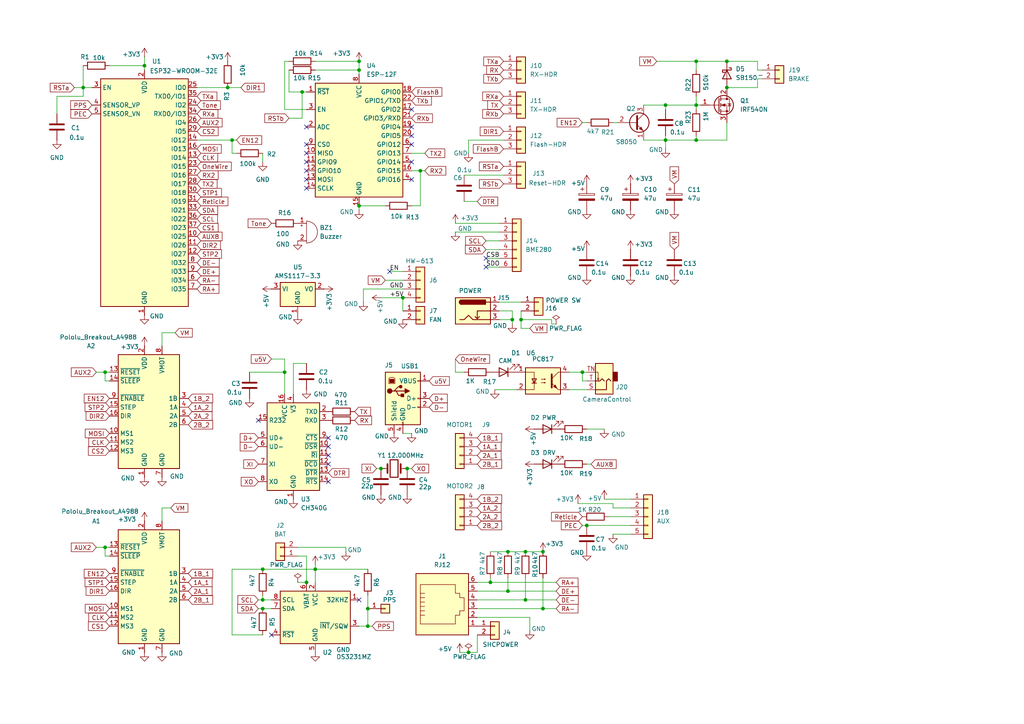
<source format=kicad_sch>
(kicad_sch (version 20250114) (generator "eeschema") (generator_version "9.0")
  (paper "A4")
  (lib_symbols
    (symbol "Connector:Barrel_Jack_Switch_Pin3Ring" (pin_names (hide yes))
      (property "Reference" "J" (at 0 5.334 0))
      (property "Value" "Barrel_Jack_Switch_Pin3Ring" (at 0 -5.08 0))
      (symbol "Barrel_Jack_Switch_Pin3Ring_1_1"
        (pin passive line (at 7.62 2.54 180) (length 2.54) (name "~") (number "1"))
        (pin passive line (at 7.62 0 180) (length 2.54) (name "~") (number "2"))
        (pin passive line (at 7.62 -2.54 180) (length 2.54) (name "~") (number "3"))
      )
    )
    (symbol "Connector:RJ12" (pin_names (offset 1.016))
      (property "Reference" "J" (at -5.08 11.43 0))
      (property "Value" "RJ12" (at 2.54 11.43 0))
      (symbol "RJ12_1_1"
        (pin passive line (at 10.16 7.62 180) (length 2.54) (name "~") (number "6"))
        (pin passive line (at 10.16 5.08 180) (length 2.54) (name "~") (number "5"))
        (pin passive line (at 10.16 2.54 180) (length 2.54) (name "~") (number "4"))
        (pin passive line (at 10.16 0 180) (length 2.54) (name "~") (number "3"))
        (pin passive line (at 10.16 -2.54 180) (length 2.54) (name "~") (number "2"))
        (pin passive line (at 10.16 -5.08 180) (length 2.54) (name "~") (number "1"))
      )
    )
    (symbol "Connector:USB_B" (pin_names (offset 1.016))
      (property "Reference" "J" (at -5.08 11.43 0))
      (property "Value" "USB_B" (at -5.08 8.89 0))
      (symbol "USB_B_1_1"
        (pin passive line (at -2.54 -10.16 90) (length 2.54) (name "Shield") (number "5"))
        (pin power_out line (at 0 -10.16 90) (length 2.54) (name "GND") (number "4"))
        (pin power_out line (at 7.62 5.08 180) (length 2.54) (name "VBUS") (number "1"))
        (pin bidirectional line (at 7.62 0 180) (length 2.54) (name "D+") (number "3"))
        (pin bidirectional line (at 7.62 -2.54 180) (length 2.54) (name "D-") (number "2"))
      )
    )
    (symbol "Connector_Audio:AudioJack2_SwitchT"
      (property "Reference" "J" (at 0 8.89 0))
      (property "Value" "AudioJack2_SwitchT" (at 0 6.35 0))
      (symbol "AudioJack2_SwitchT_1_1"
        (pin passive line (at 5.08 2.54 180) (length 2.54) (name "~") (number "S"))
        (pin passive line (at 5.08 0 180) (length 2.54) (name "~") (number "T"))
        (pin passive line (at 5.08 -2.54 180) (length 2.54) (name "~") (number "TN"))
      )
    )
    (symbol "Connector_Generic:Conn_01x01" (pin_names (offset 1.016) (hide yes))
      (property "Reference" "J" (at 0 2.54 0))
      (property "Value" "Conn_01x01" (at 0 -2.54 0))
      (symbol "Conn_01x01_1_1"
        (pin passive line (at -5.08 0 0) (length 3.81) (name "Pin_1") (number "1"))
      )
    )
    (symbol "Connector_Generic:Conn_01x02" (pin_names (offset 1.016) (hide yes))
      (property "Reference" "J" (at 0 2.54 0))
      (property "Value" "Conn_01x02" (at 0 -5.08 0))
      (symbol "Conn_01x02_1_1"
        (pin passive line (at -5.08 0 0) (length 3.81) (name "Pin_1") (number "1"))
        (pin passive line (at -5.08 -2.54 0) (length 3.81) (name "Pin_2") (number "2"))
      )
    )
    (symbol "Connector_Generic:Conn_01x03" (pin_names (offset 1.016) (hide yes))
      (property "Reference" "J" (at 0 5.08 0))
      (property "Value" "Conn_01x03" (at 0 -5.08 0))
      (symbol "Conn_01x03_1_1"
        (pin passive line (at -5.08 2.54 0) (length 3.81) (name "Pin_1") (number "1"))
        (pin passive line (at -5.08 0 0) (length 3.81) (name "Pin_2") (number "2"))
        (pin passive line (at -5.08 -2.54 0) (length 3.81) (name "Pin_3") (number "3"))
      )
    )
    (symbol "Connector_Generic:Conn_01x04" (pin_names (offset 1.016) (hide yes))
      (property "Reference" "J" (at 0 5.08 0))
      (property "Value" "Conn_01x04" (at 0 -7.62 0))
      (symbol "Conn_01x04_1_1"
        (pin passive line (at -5.08 2.54 0) (length 3.81) (name "Pin_1") (number "1"))
        (pin passive line (at -5.08 0 0) (length 3.81) (name "Pin_2") (number "2"))
        (pin passive line (at -5.08 -2.54 0) (length 3.81) (name "Pin_3") (number "3"))
        (pin passive line (at -5.08 -5.08 0) (length 3.81) (name "Pin_4") (number "4"))
      )
    )
    (symbol "Connector_Generic:Conn_01x05" (pin_names (offset 1.016) (hide yes))
      (property "Reference" "J" (at 0 7.62 0))
      (property "Value" "Conn_01x05" (at 0 -7.62 0))
      (symbol "Conn_01x05_1_1"
        (pin passive line (at -5.08 5.08 0) (length 3.81) (name "Pin_1") (number "1"))
        (pin passive line (at -5.08 2.54 0) (length 3.81) (name "Pin_2") (number "2"))
        (pin passive line (at -5.08 0 0) (length 3.81) (name "Pin_3") (number "3"))
        (pin passive line (at -5.08 -2.54 0) (length 3.81) (name "Pin_4") (number "4"))
        (pin passive line (at -5.08 -5.08 0) (length 3.81) (name "Pin_5") (number "5"))
      )
    )
    (symbol "Connector_Generic:Conn_01x06" (pin_names (offset 1.016) (hide yes))
      (property "Reference" "J" (at 0 7.62 0))
      (property "Value" "Conn_01x06" (at 0 -10.16 0))
      (symbol "Conn_01x06_1_1"
        (pin passive line (at -5.08 5.08 0) (length 3.81) (name "Pin_1") (number "1"))
        (pin passive line (at -5.08 2.54 0) (length 3.81) (name "Pin_2") (number "2"))
        (pin passive line (at -5.08 0 0) (length 3.81) (name "Pin_3") (number "3"))
        (pin passive line (at -5.08 -2.54 0) (length 3.81) (name "Pin_4") (number "4"))
        (pin passive line (at -5.08 -5.08 0) (length 3.81) (name "Pin_5") (number "5"))
        (pin passive line (at -5.08 -7.62 0) (length 3.81) (name "Pin_6") (number "6"))
      )
    )
    (symbol "Device:Buzzer" (pin_names (offset 0.0254) (hide yes))
      (property "Reference" "BZ" (at 3.81 1.27 0))
      (property "Value" "Buzzer" (at 3.81 -1.27 0))
      (symbol "Buzzer_1_1"
        (pin passive line (at -2.54 2.54 0) (length 2.54) (name "+") (number "1"))
        (pin passive line (at -2.54 -2.54 0) (length 2.54) (name "-") (number "2"))
      )
    )
    (symbol "Device:C" (pin_numbers (hide yes)) (pin_names (offset 0.254))
      (property "Reference" "C" (at 0.635 2.54 0))
      (property "Value" "C" (at 0.635 -2.54 0))
      (symbol "C_1_1"
        (pin passive line (at 0 3.81 270) (length 2.794) (name "~") (number "1"))
        (pin passive line (at 0 -3.81 90) (length 2.794) (name "~") (number "2"))
      )
    )
    (symbol "Device:C_Polarized" (pin_numbers (hide yes)) (pin_names (offset 0.254))
      (property "Reference" "C" (at 0.635 2.54 0))
      (property "Value" "C_Polarized" (at 0.635 -2.54 0))
      (symbol "C_Polarized_1_1"
        (pin passive line (at 0 3.81 270) (length 2.794) (name "~") (number "1"))
        (pin passive line (at 0 -3.81 90) (length 2.794) (name "~") (number "2"))
      )
    )
    (symbol "Device:Crystal" (pin_numbers (hide yes)) (pin_names (offset 1.016) (hide yes))
      (property "Reference" "Y" (at 0 3.81 0))
      (property "Value" "Crystal" (at 0 -3.81 0))
      (symbol "Crystal_1_1"
        (pin passive line (at -3.81 0 0) (length 1.27) (name "1") (number "1"))
        (pin passive line (at 3.81 0 180) (length 1.27) (name "2") (number "2"))
      )
    )
    (symbol "Device:LED" (pin_numbers (hide yes)) (pin_names (offset 1.016) (hide yes))
      (property "Reference" "D" (at 0 2.54 0))
      (property "Value" "LED" (at 0 -2.54 0))
      (symbol "LED_1_1"
        (pin passive line (at -3.81 0 0) (length 2.54) (name "K") (number "1"))
        (pin passive line (at 3.81 0 180) (length 2.54) (name "A") (number "2"))
      )
    )
    (symbol "Device:R" (pin_numbers (hide yes)) (pin_names (offset 0))
      (property "Reference" "R" (at 2.032 0 90))
      (property "Value" "R" (at 0 0 90))
      (symbol "R_1_1"
        (pin passive line (at 0 3.81 270) (length 1.27) (name "~") (number "1"))
        (pin passive line (at 0 -3.81 90) (length 1.27) (name "~") (number "2"))
      )
    )
    (symbol "Diode:SB150" (pin_numbers (hide yes)) (pin_names (offset 1.016) (hide yes))
      (property "Reference" "D" (at 0 2.54 0))
      (property "Value" "SB150" (at 0 -2.54 0))
      (symbol "SB150_1_1"
        (pin passive line (at -3.81 0 0) (length 2.54) (name "K") (number "1"))
        (pin passive line (at 3.81 0 180) (length 2.54) (name "A") (number "2"))
      )
    )
    (symbol "Driver_Motor:Pololu_Breakout_A4988"
      (property "Reference" "A" (at -2.54 19.05 0))
      (property "Value" "Pololu_Breakout_A4988" (at -2.54 16.51 0))
      (symbol "Pololu_Breakout_A4988_1_1"
        (pin input line (at -10.16 10.16 0) (length 2.54) (name "~{RESET}") (number "13"))
        (pin input line (at -10.16 7.62 0) (length 2.54) (name "~{SLEEP}") (number "14"))
        (pin input line (at -10.16 2.54 0) (length 2.54) (name "~{ENABLE}") (number "9"))
        (pin input line (at -10.16 0 0) (length 2.54) (name "STEP") (number "15"))
        (pin input line (at -10.16 -2.54 0) (length 2.54) (name "DIR") (number "16"))
        (pin input line (at -10.16 -7.62 0) (length 2.54) (name "MS1") (number "10"))
        (pin input line (at -10.16 -10.16 0) (length 2.54) (name "MS2") (number "11"))
        (pin input line (at -10.16 -12.7 0) (length 2.54) (name "MS3") (number "12"))
        (pin power_in line (at 0 17.78 270) (length 2.54) (name "VDD") (number "2"))
        (pin power_in line (at 0 -20.32 90) (length 2.54) (name "GND") (number "1"))
        (pin power_in line (at 5.08 17.78 270) (length 2.54) (name "VMOT") (number "8"))
        (pin power_in line (at 5.08 -20.32 90) (length 2.54) (name "GND") (number "7"))
        (pin output line (at 12.7 2.54 180) (length 2.54) (name "1B") (number "3"))
        (pin output line (at 12.7 0 180) (length 2.54) (name "1A") (number "4"))
        (pin output line (at 12.7 -2.54 180) (length 2.54) (name "2A") (number "5"))
        (pin output line (at 12.7 -5.08 180) (length 2.54) (name "2B") (number "6"))
      )
    )
    (symbol "Interface_USB:CH340G"
      (property "Reference" "U" (at -5.08 13.97 0))
      (property "Value" "CH340G" (at 1.27 13.97 0))
      (symbol "CH340G_1_1"
        (pin input line (at -10.16 7.62 0) (length 2.54) (name "R232") (number "15"))
        (pin bidirectional line (at -10.16 2.54 0) (length 2.54) (name "UD+") (number "5"))
        (pin bidirectional line (at -10.16 0 0) (length 2.54) (name "UD-") (number "6"))
        (pin input line (at -10.16 -5.08 0) (length 2.54) (name "XI") (number "7"))
        (pin output line (at -10.16 -10.16 0) (length 2.54) (name "XO") (number "8"))
        (pin power_in line (at -2.54 15.24 270) (length 2.54) (name "VCC") (number "16"))
        (pin power_out line (at 0 15.24 270) (length 2.54) (name "V3") (number "4"))
        (pin power_in line (at 0 -15.24 90) (length 2.54) (name "GND") (number "1"))
        (pin output line (at 10.16 10.16 180) (length 2.54) (name "TXD") (number "2"))
        (pin input line (at 10.16 7.62 180) (length 2.54) (name "RXD") (number "3"))
        (pin input line (at 10.16 2.54 180) (length 2.54) (name "~{CTS}") (number "9"))
        (pin input line (at 10.16 0 180) (length 2.54) (name "~{DSR}") (number "10"))
        (pin input line (at 10.16 -2.54 180) (length 2.54) (name "~{RI}") (number "11"))
        (pin input line (at 10.16 -5.08 180) (length 2.54) (name "~{DCD}") (number "12"))
        (pin output line (at 10.16 -7.62 180) (length 2.54) (name "~{DTR}") (number "13"))
        (pin output line (at 10.16 -10.16 180) (length 2.54) (name "~{RTS}") (number "14"))
      )
    )
    (symbol "Isolator:PC817" (pin_names (offset 1.016))
      (property "Reference" "U" (at -5.08 5.08 0))
      (property "Value" "PC817" (at 0 5.08 0))
      (symbol "PC817_1_1"
        (pin passive line (at -7.62 2.54 0) (length 2.54) (name "~") (number "1"))
        (pin passive line (at -7.62 -2.54 0) (length 2.54) (name "~") (number "2"))
        (pin passive line (at 7.62 2.54 180) (length 2.54) (name "~") (number "4"))
        (pin passive line (at 7.62 -2.54 180) (length 2.54) (name "~") (number "3"))
      )
    )
    (symbol "RF_Module:ESP-12F"
      (property "Reference" "U" (at -12.7 19.05 0))
      (property "Value" "ESP-12F" (at 12.7 19.05 0))
      (symbol "ESP-12F_1_1"
        (pin input line (at -15.24 15.24 0) (length 2.54) (name "~{RST}") (number "1"))
        (pin input line (at -15.24 10.16 0) (length 2.54) (name "EN") (number "3"))
        (pin input line (at -15.24 5.08 0) (length 2.54) (name "ADC") (number "2"))
        (pin input line (at -15.24 0 0) (length 2.54) (name "CS0") (number "9"))
        (pin bidirectional line (at -15.24 -2.54 0) (length 2.54) (name "MISO") (number "10"))
        (pin bidirectional line (at -15.24 -5.08 0) (length 2.54) (name "GPIO9") (number "11"))
        (pin bidirectional line (at -15.24 -7.62 0) (length 2.54) (name "GPIO10") (number "12"))
        (pin bidirectional line (at -15.24 -10.16 0) (length 2.54) (name "MOSI") (number "13"))
        (pin bidirectional line (at -15.24 -12.7 0) (length 2.54) (name "SCLK") (number "14"))
        (pin power_in line (at 0 20.32 270) (length 2.54) (name "VCC") (number "8"))
        (pin power_in line (at 0 -17.78 90) (length 2.54) (name "GND") (number "15"))
        (pin bidirectional line (at 15.24 15.24 180) (length 2.54) (name "GPIO0") (number "18"))
        (pin bidirectional line (at 15.24 12.7 180) (length 2.54) (name "GPIO1/TXD") (number "22"))
        (pin bidirectional line (at 15.24 10.16 180) (length 2.54) (name "GPIO2") (number "17"))
        (pin bidirectional line (at 15.24 7.62 180) (length 2.54) (name "GPIO3/RXD") (number "21"))
        (pin bidirectional line (at 15.24 5.08 180) (length 2.54) (name "GPIO4") (number "19"))
        (pin bidirectional line (at 15.24 2.54 180) (length 2.54) (name "GPIO5") (number "20"))
        (pin bidirectional line (at 15.24 0 180) (length 2.54) (name "GPIO12") (number "6"))
        (pin bidirectional line (at 15.24 -2.54 180) (length 2.54) (name "GPIO13") (number "7"))
        (pin bidirectional line (at 15.24 -5.08 180) (length 2.54) (name "GPIO14") (number "5"))
        (pin bidirectional line (at 15.24 -7.62 180) (length 2.54) (name "GPIO15") (number "16"))
        (pin bidirectional line (at 15.24 -10.16 180) (length 2.54) (name "GPIO16") (number "4"))
      )
    )
    (symbol "RF_Module:ESP32-WROOM-32E"
      (property "Reference" "U" (at -12.7 34.29 0))
      (property "Value" "ESP32-WROOM-32E" (at 1.27 34.29 0))
      (symbol "ESP32-WROOM-32E_1_1"
        (pin input line (at -15.24 30.48 0) (length 2.54) (name "EN") (number "3"))
        (pin input line (at -15.24 25.4 0) (length 2.54) (name "SENSOR_VP") (number "4"))
        (pin input line (at -15.24 22.86 0) (length 2.54) (name "SENSOR_VN") (number "5"))
        (pin no_connect line (at -12.7 0 0) (length 2.54) (hide yes) (name "NC") (number "21"))
        (pin no_connect line (at -12.7 -2.54 0) (length 2.54) (hide yes) (name "NC") (number "22"))
        (pin no_connect line (at -12.7 -5.08 0) (length 2.54) (hide yes) (name "NC") (number "17"))
        (pin no_connect line (at -12.7 -7.62 0) (length 2.54) (hide yes) (name "NC") (number "18"))
        (pin no_connect line (at -12.7 -10.16 0) (length 2.54) (hide yes) (name "NC") (number "20"))
        (pin no_connect line (at -12.7 -12.7 0) (length 2.54) (hide yes) (name "NC") (number "19"))
        (pin no_connect line (at -12.7 -27.94 0) (length 2.54) (hide yes) (name "NC") (number "32"))
        (pin power_in line (at 0 35.56 270) (length 2.54) (name "VDD") (number "2"))
        (pin power_in line (at 0 -35.56 90) (length 2.54) (name "GND") (number "1"))
        (pin passive line (at 0 -35.56 90) (length 2.54) (hide yes) (name "GND") (number "15"))
        (pin passive line (at 0 -35.56 90) (length 2.54) (hide yes) (name "GND") (number "38"))
        (pin passive line (at 0 -35.56 90) (length 2.54) (hide yes) (name "GND") (number "39"))
        (pin bidirectional line (at 15.24 30.48 180) (length 2.54) (name "IO0") (number "25"))
        (pin bidirectional line (at 15.24 27.94 180) (length 2.54) (name "TXD0/IO1") (number "35"))
        (pin bidirectional line (at 15.24 25.4 180) (length 2.54) (name "IO2") (number "24"))
        (pin bidirectional line (at 15.24 22.86 180) (length 2.54) (name "RXD0/IO3") (number "34"))
        (pin bidirectional line (at 15.24 20.32 180) (length 2.54) (name "IO4") (number "26"))
        (pin bidirectional line (at 15.24 17.78 180) (length 2.54) (name "IO5") (number "29"))
        (pin bidirectional line (at 15.24 15.24 180) (length 2.54) (name "IO12") (number "14"))
        (pin bidirectional line (at 15.24 12.7 180) (length 2.54) (name "IO13") (number "16"))
        (pin bidirectional line (at 15.24 10.16 180) (length 2.54) (name "IO14") (number "13"))
        (pin bidirectional line (at 15.24 7.62 180) (length 2.54) (name "IO15") (number "23"))
        (pin bidirectional line (at 15.24 5.08 180) (length 2.54) (name "IO16") (number "27"))
        (pin bidirectional line (at 15.24 2.54 180) (length 2.54) (name "IO17") (number "28"))
        (pin bidirectional line (at 15.24 0 180) (length 2.54) (name "IO18") (number "30"))
        (pin bidirectional line (at 15.24 -2.54 180) (length 2.54) (name "IO19") (number "31"))
        (pin bidirectional line (at 15.24 -5.08 180) (length 2.54) (name "IO21") (number "33"))
        (pin bidirectional line (at 15.24 -7.62 180) (length 2.54) (name "IO22") (number "36"))
        (pin bidirectional line (at 15.24 -10.16 180) (length 2.54) (name "IO23") (number "37"))
        (pin bidirectional line (at 15.24 -12.7 180) (length 2.54) (name "IO25") (number "10"))
        (pin bidirectional line (at 15.24 -15.24 180) (length 2.54) (name "IO26") (number "11"))
        (pin bidirectional line (at 15.24 -17.78 180) (length 2.54) (name "IO27") (number "12"))
        (pin bidirectional line (at 15.24 -20.32 180) (length 2.54) (name "IO32") (number "8"))
        (pin bidirectional line (at 15.24 -22.86 180) (length 2.54) (name "IO33") (number "9"))
        (pin input line (at 15.24 -25.4 180) (length 2.54) (name "IO34") (number "6"))
        (pin input line (at 15.24 -27.94 180) (length 2.54) (name "IO35") (number "7"))
      )
    )
    (symbol "Regulator_Linear:AMS1117-3.3"
      (property "Reference" "U" (at -3.81 3.175 0))
      (property "Value" "AMS1117-3.3" (at 0 3.175 0))
      (symbol "AMS1117-3.3_1_1"
        (pin power_in line (at -7.62 0 0) (length 2.54) (name "VI") (number "3"))
        (pin power_in line (at 0 -7.62 90) (length 2.54) (name "GND") (number "1"))
        (pin power_out line (at 7.62 0 180) (length 2.54) (name "VO") (number "2"))
      )
    )
    (symbol "Timer_RTC:DS3231MZ"
      (property "Reference" "U" (at -7.62 8.89 0))
      (property "Value" "DS3231MZ" (at 11.43 8.89 0))
      (symbol "DS3231MZ_1_1"
        (pin input line (at -12.7 5.08 0) (length 2.54) (name "SCL") (number "8"))
        (pin bidirectional line (at -12.7 2.54 0) (length 2.54) (name "SDA") (number "7"))
        (pin bidirectional line (at -12.7 -5.08 0) (length 2.54) (name "~{RST}") (number "4"))
        (pin power_in line (at -2.54 10.16 270) (length 2.54) (name "VBAT") (number "6"))
        (pin power_in line (at 0 10.16 270) (length 2.54) (name "VCC") (number "2"))
        (pin power_in line (at 0 -10.16 90) (length 2.54) (name "GND") (number "5"))
        (pin open_collector line (at 12.7 5.08 180) (length 2.54) (name "32KHZ") (number "1"))
        (pin open_collector line (at 12.7 -2.54 180) (length 2.54) (name "~{INT}/SQW") (number "3"))
      )
    )
    (symbol "Transistor_BJT:S8050" (pin_names (offset 0) (hide yes))
      (property "Reference" "Q" (at 5.08 1.905 0))
      (property "Value" "S8050" (at 5.08 0 0))
      (symbol "S8050_1_1"
        (pin input line (at -5.08 0 0) (length 2.54) (name "B") (number "2"))
        (pin passive line (at 2.54 5.08 270) (length 2.54) (name "C") (number "3"))
        (pin passive line (at 2.54 -5.08 90) (length 2.54) (name "E") (number "1"))
      )
    )
    (symbol "Transistor_FET:IRF540N" (pin_names (hide yes))
      (property "Reference" "Q" (at 5.08 1.905 0))
      (property "Value" "IRF540N" (at 5.08 0 0))
      (symbol "IRF540N_1_1"
        (pin input line (at -5.08 0 0) (length 2.54) (name "G") (number "1"))
        (pin passive line (at 2.54 5.08 270) (length 2.54) (name "D") (number "2"))
        (pin passive line (at 2.54 -5.08 90) (length 2.54) (name "S") (number "3"))
      )
    )
    (symbol "power:+3V3" (power) (pin_numbers (hide yes)) (pin_names (offset 0) (hide yes))
      (property "Value" "+3V3" (at 0 3.556 0))
      (symbol "+3V3_1_1"
        (pin power_in line (at 0 0 90) (length 0) (name "~") (number "1"))
      )
    )
    (symbol "power:+5V" (power) (pin_numbers (hide yes)) (pin_names (offset 0) (hide yes))
      (property "Value" "+5V" (at 0 3.556 0))
      (symbol "+5V_1_1"
        (pin power_in line (at 0 0 90) (length 0) (name "~") (number "1"))
      )
    )
    (symbol "power:GND" (power) (pin_numbers (hide yes)) (pin_names (offset 0) (hide yes))
      (property "Value" "GND" (at 0 -3.81 0))
      (symbol "GND_1_1"
        (pin power_in line (at 0 0 270) (length 0) (name "~") (number "1"))
      )
    )
    (symbol "power:PWR_FLAG" (power) (pin_numbers (hide yes)) (pin_names (offset 0) (hide yes))
      (property "Value" "PWR_FLAG" (at 0 3.81 0))
      (symbol "PWR_FLAG_0_0"
        (pin power_out line (at 0 0 90) (length 0) (name "~") (number "1"))
      )
    )
  )
  (junction (at 142.24 168.91))
  (junction (at 106.68 181.61))
  (junction (at 104.14 17.78))
  (junction (at 91.44 165.1))
  (junction (at 116.84 86.36))
  (junction (at 76.2 176.53))
  (junction (at 41.91 19.05))
  (junction (at 76.2 173.99))
  (junction (at 151.13 92.71))
  (junction (at 30.48 107.95))
  (junction (at 147.32 171.45))
  (junction (at 201.93 17.78))
  (junction (at 88.9 168.91))
  (junction (at 168.91 107.95))
  (junction (at 170.18 152.4))
  (junction (at 67.31 40.64))
  (junction (at 201.93 40.64))
  (junction (at 147.32 160.02))
  (junction (at 118.11 135.89))
  (junction (at 135.89 189.23))
  (junction (at 82.55 107.95))
  (junction (at 157.48 160.02))
  (junction (at 104.14 59.69))
  (junction (at 106.68 176.53))
  (junction (at 152.4 160.02))
  (junction (at 210.82 17.78))
  (junction (at 30.48 158.75))
  (junction (at 66.04 25.4))
  (junction (at 157.48 176.53))
  (junction (at 104.14 20.32))
  (junction (at 152.4 173.99))
  (junction (at 193.04 40.64))
  (junction (at 24.13 25.4))
  (junction (at 210.82 25.4))
  (junction (at 76.2 165.1))
  (junction (at 87.63 26.67))
  (junction (at 148.59 92.71))
  (junction (at 201.93 30.48))
  (junction (at 121.92 49.53))
  (junction (at 193.04 30.48))
  (junction (at 110.49 135.89))
  (no_connect (at 140.97 77.47))
  (no_connect (at 95.25 139.7))
  (no_connect (at 113.03 78.74))
  (no_connect (at 119.38 52.07))
  (no_connect (at 88.9 41.91))
  (no_connect (at 88.9 52.07))
  (no_connect (at 74.93 121.92))
  (no_connect (at 104.14 173.99))
  (no_connect (at 88.9 36.83))
  (no_connect (at 95.25 134.62))
  (no_connect (at 119.38 36.83))
  (no_connect (at 95.25 132.08))
  (no_connect (at 140.97 74.93))
  (no_connect (at 119.38 46.99))
  (no_connect (at 95.25 129.54))
  (no_connect (at 119.38 31.75))
  (no_connect (at 119.38 39.37))
  (no_connect (at 78.74 184.15))
  (no_connect (at 88.9 44.45))
  (no_connect (at 95.25 127))
  (no_connect (at 88.9 46.99))
  (no_connect (at 88.9 49.53))
  (no_connect (at 119.38 41.91))
  (no_connect (at 88.9 54.61))
  (wire (pts (xy 201.93 17.78) (xy 210.82 17.78)))
  (wire (pts (xy 138.43 171.45) (xy 147.32 171.45)))
  (wire (pts (xy 193.04 30.48) (xy 193.04 31.75)))
  (wire (pts (xy 121.92 59.69) (xy 121.92 49.53)))
  (wire (pts (xy 104.14 20.32) (xy 104.14 21.59)))
  (wire (pts (xy 190.5 17.78) (xy 201.93 17.78)))
  (wire (pts (xy 83.82 20.32) (xy 83.82 26.67)))
  (wire (pts (xy 110.49 86.36) (xy 116.84 86.36)))
  (wire (pts (xy 138.43 58.42) (xy 134.62 58.42)))
  (wire (pts (xy 24.13 19.05) (xy 24.13 25.4)))
  (wire (pts (xy 219.71 20.32) (xy 220.98 20.32)))
  (wire (pts (xy 177.8 35.56) (xy 179.07 35.56)))
  (wire (pts (xy 91.44 165.1) (xy 91.44 163.83)))
  (wire (pts (xy 142.24 160.02) (xy 147.32 160.02)))
  (wire (pts (xy 144.78 90.17) (xy 148.59 90.17)))
  (wire (pts (xy 85.09 105.41) (xy 88.9 105.41)))
  (wire (pts (xy 142.24 167.64) (xy 142.24 168.91)))
  (wire (pts (xy 46.99 100.33) (xy 46.99 96.52)))
  (wire (pts (xy 157.48 167.64) (xy 157.48 176.53)))
  (wire (pts (xy 104.14 17.78) (xy 104.14 20.32)))
  (wire (pts (xy 31.75 110.49) (xy 30.48 110.49)))
  (wire (pts (xy 46.99 96.52) (xy 50.8 96.52)))
  (wire (pts (xy 138.43 176.53) (xy 157.48 176.53)))
  (wire (pts (xy 27.94 107.95) (xy 30.48 107.95)))
  (wire (pts (xy 24.13 25.4) (xy 26.67 25.4)))
  (wire (pts (xy 219.71 22.86) (xy 220.98 22.86)))
  (wire (pts (xy 152.4 173.99) (xy 161.29 173.99)))
  (wire (pts (xy 143.51 113.03) (xy 149.86 113.03)))
  (wire (pts (xy 193.04 43.18) (xy 193.04 40.64)))
  (wire (pts (xy 170.18 110.49) (xy 168.91 110.49)))
  (wire (pts (xy 106.68 172.72) (xy 106.68 176.53)))
  (wire (pts (xy 177.8 146.05) (xy 177.8 147.32)))
  (wire (pts (xy 147.32 167.64) (xy 147.32 171.45)))
  (wire (pts (xy 91.44 20.32) (xy 104.14 20.32)))
  (wire (pts (xy 152.4 160.02) (xy 157.48 160.02)))
  (wire (pts (xy 30.48 158.75) (xy 31.75 158.75)))
  (wire (pts (xy 68.58 40.64) (xy 67.31 40.64)))
  (wire (pts (xy 140.97 74.93) (xy 144.78 74.93)))
  (wire (pts (xy 160.02 92.71) (xy 151.13 92.71)))
  (wire (pts (xy 170.18 124.46) (xy 175.26 124.46)))
  (wire (pts (xy 151.13 90.17) (xy 151.13 92.71)))
  (wire (pts (xy 67.31 44.45) (xy 68.58 44.45)))
  (wire (pts (xy 144.78 87.63) (xy 151.13 87.63)))
  (wire (pts (xy 219.71 25.4) (xy 210.82 25.4)))
  (wire (pts (xy 76.2 176.53) (xy 78.74 176.53)))
  (wire (pts (xy 176.53 149.86) (xy 182.88 149.86)))
  (wire (pts (xy 82.55 31.75) (xy 88.9 31.75)))
  (wire (pts (xy 165.1 113.03) (xy 170.18 113.03)))
  (wire (pts (xy 121.92 49.53) (xy 119.38 49.53)))
  (wire (pts (xy 132.08 64.77) (xy 144.78 64.77)))
  (wire (pts (xy 87.63 26.67) (xy 88.9 26.67)))
  (wire (pts (xy 113.03 78.74) (xy 116.84 78.74)))
  (wire (pts (xy 170.18 107.95) (xy 168.91 107.95)))
  (wire (pts (xy 140.97 69.85) (xy 144.78 69.85)))
  (wire (pts (xy 104.14 60.96) (xy 104.14 59.69)))
  (wire (pts (xy 100.33 158.75) (xy 86.36 158.75)))
  (wire (pts (xy 147.32 160.02) (xy 152.4 160.02)))
  (wire (pts (xy 111.76 81.28) (xy 116.84 81.28)))
  (wire (pts (xy 193.04 30.48) (xy 201.93 30.48)))
  (wire (pts (xy 193.04 40.64) (xy 201.93 40.64)))
  (wire (pts (xy 134.62 107.95) (xy 132.08 107.95)))
  (wire (pts (xy 76.2 165.1) (xy 91.44 165.1)))
  (wire (pts (xy 91.44 165.1) (xy 106.68 165.1)))
  (wire (pts (xy 30.48 161.29) (xy 30.48 158.75)))
  (wire (pts (xy 74.93 173.99) (xy 76.2 173.99)))
  (wire (pts (xy 153.67 179.07) (xy 153.67 182.88)))
  (wire (pts (xy 151.13 92.71) (xy 151.13 95.25)))
  (wire (pts (xy 142.24 168.91) (xy 161.29 168.91)))
  (wire (pts (xy 82.55 107.95) (xy 82.55 114.3)))
  (wire (pts (xy 46.99 151.13) (xy 46.99 147.32)))
  (wire (pts (xy 146.05 40.64) (xy 135.89 40.64)))
  (wire (pts (xy 83.82 34.29) (xy 87.63 34.29)))
  (wire (pts (xy 24.13 27.94) (xy 24.13 25.4)))
  (wire (pts (xy 46.99 147.32) (xy 49.53 147.32)))
  (wire (pts (xy 148.59 92.71) (xy 148.59 93.98)))
  (wire (pts (xy 152.4 167.64) (xy 152.4 173.99)))
  (wire (pts (xy 16.51 27.94) (xy 24.13 27.94)))
  (wire (pts (xy 210.82 40.64) (xy 201.93 40.64)))
  (wire (pts (xy 201.93 20.32) (xy 201.93 17.78)))
  (wire (pts (xy 123.19 44.45) (xy 119.38 44.45)))
  (wire (pts (xy 138.43 179.07) (xy 153.67 179.07)))
  (wire (pts (xy 157.48 176.53) (xy 161.29 176.53)))
  (wire (pts (xy 133.35 189.23) (xy 135.89 189.23)))
  (wire (pts (xy 16.51 33.02) (xy 16.51 27.94)))
  (wire (pts (xy 140.97 72.39) (xy 144.78 72.39)))
  (wire (pts (xy 30.48 107.95) (xy 31.75 107.95)))
  (wire (pts (xy 167.64 146.05) (xy 177.8 146.05)))
  (wire (pts (xy 119.38 135.89) (xy 118.11 135.89)))
  (wire (pts (xy 161.29 93.98) (xy 160.02 93.98)))
  (wire (pts (xy 160.02 93.98) (xy 160.02 92.71)))
  (wire (pts (xy 67.31 184.15) (xy 76.2 184.15)))
  (wire (pts (xy 76.2 44.45) (xy 76.2 46.99)))
  (wire (pts (xy 119.38 59.69) (xy 121.92 59.69)))
  (wire (pts (xy 41.91 16.51) (xy 41.91 19.05)))
  (wire (pts (xy 201.93 30.48) (xy 201.93 31.75)))
  (wire (pts (xy 151.13 95.25) (xy 153.67 95.25)))
  (wire (pts (xy 175.26 144.78) (xy 182.88 144.78)))
  (wire (pts (xy 168.91 110.49) (xy 168.91 107.95)))
  (wire (pts (xy 219.71 20.32) (xy 219.71 17.78)))
  (wire (pts (xy 76.2 173.99) (xy 78.74 173.99)))
  (wire (pts (xy 138.43 184.15) (xy 138.43 189.23)))
  (wire (pts (xy 132.08 107.95) (xy 132.08 104.14)))
  (wire (pts (xy 104.14 181.61) (xy 106.68 181.61)))
  (wire (pts (xy 144.78 92.71) (xy 148.59 92.71)))
  (wire (pts (xy 74.93 176.53) (xy 76.2 176.53)))
  (wire (pts (xy 109.22 135.89) (xy 110.49 135.89)))
  (wire (pts (xy 132.08 67.31) (xy 144.78 67.31)))
  (wire (pts (xy 83.82 26.67) (xy 87.63 26.67)))
  (wire (pts (xy 66.04 25.4) (xy 57.15 25.4)))
  (wire (pts (xy 85.09 114.3) (xy 85.09 105.41)))
  (wire (pts (xy 87.63 34.29) (xy 87.63 26.67)))
  (wire (pts (xy 91.44 165.1) (xy 91.44 168.91)))
  (wire (pts (xy 134.62 50.8) (xy 146.05 50.8)))
  (wire (pts (xy 138.43 168.91) (xy 142.24 168.91)))
  (wire (pts (xy 67.31 40.64) (xy 67.31 44.45)))
  (wire (pts (xy 186.69 40.64) (xy 193.04 40.64)))
  (wire (pts (xy 30.48 110.49) (xy 30.48 107.95)))
  (wire (pts (xy 41.91 19.05) (xy 31.75 19.05)))
  (wire (pts (xy 147.32 171.45) (xy 161.29 171.45)))
  (wire (pts (xy 105.41 87.63) (xy 105.41 83.82)))
  (wire (pts (xy 135.89 189.23) (xy 138.43 189.23)))
  (wire (pts (xy 76.2 172.72) (xy 76.2 173.99)))
  (wire (pts (xy 67.31 165.1) (xy 67.31 184.15)))
  (wire (pts (xy 100.33 160.02) (xy 100.33 158.75)))
  (wire (pts (xy 67.31 40.64) (xy 57.15 40.64)))
  (wire (pts (xy 31.75 161.29) (xy 30.48 161.29)))
  (wire (pts (xy 135.89 40.64) (xy 135.89 44.45)))
  (wire (pts (xy 106.68 176.53) (xy 106.68 181.61)))
  (wire (pts (xy 201.93 27.94) (xy 201.93 30.48)))
  (wire (pts (xy 140.97 77.47) (xy 144.78 77.47)))
  (wire (pts (xy 72.39 107.95) (xy 82.55 107.95)))
  (wire (pts (xy 168.91 152.4) (xy 170.18 152.4)))
  (wire (pts (xy 210.82 35.56) (xy 210.82 40.64)))
  (wire (pts (xy 105.41 83.82) (xy 116.84 83.82)))
  (wire (pts (xy 138.43 173.99) (xy 152.4 173.99)))
  (wire (pts (xy 27.94 158.75) (xy 30.48 158.75)))
  (wire (pts (xy 121.92 49.53) (xy 123.19 49.53)))
  (wire (pts (xy 203.2 30.48) (xy 201.93 30.48)))
  (wire (pts (xy 91.44 17.78) (xy 104.14 17.78)))
  (wire (pts (xy 170.18 134.62) (xy 171.45 134.62)))
  (wire (pts (xy 210.82 17.78) (xy 219.71 17.78)))
  (wire (pts (xy 66.04 25.4) (xy 69.85 25.4)))
  (wire (pts (xy 177.8 147.32) (xy 182.88 147.32)))
  (wire (pts (xy 104.14 59.69) (xy 111.76 59.69)))
  (wire (pts (xy 119.38 125.73) (xy 116.84 125.73)))
  (wire (pts (xy 88.9 161.29) (xy 88.9 168.91)))
  (wire (pts (xy 170.18 152.4) (xy 182.88 152.4)))
  (wire (pts (xy 106.68 181.61) (xy 107.95 181.61)))
  (wire (pts (xy 201.93 39.37) (xy 201.93 40.64)))
  (wire (pts (xy 21.59 25.4) (xy 24.13 25.4)))
  (wire (pts (xy 86.36 161.29) (xy 88.9 161.29)))
  (wire (pts (xy 168.91 35.56) (xy 170.18 35.56)))
  (wire (pts (xy 116.84 86.36) (xy 116.84 90.17)))
  (wire (pts (xy 186.69 30.48) (xy 193.04 30.48)))
  (wire (pts (xy 86.36 168.91) (xy 88.9 168.91)))
  (wire (pts (xy 148.59 90.17) (xy 148.59 92.71)))
  (wire (pts (xy 193.04 40.64) (xy 193.04 39.37)))
  (wire (pts (xy 219.71 22.86) (xy 219.71 25.4)))
  (wire (pts (xy 76.2 165.1) (xy 67.31 165.1)))
  (wire (pts (xy 182.88 154.94) (xy 177.8 154.94)))
  (wire (pts (xy 41.91 20.32) (xy 41.91 19.05)))
  (wire (pts (xy 82.55 17.78) (xy 82.55 31.75)))
  (wire (pts (xy 168.91 107.95) (xy 165.1 107.95)))
  (wire (pts (xy 82.55 104.14) (xy 82.55 107.95)))
  (wire (pts (xy 82.55 104.14) (xy 78.74 104.14)))
  (wire (pts (xy 83.82 17.78) (xy 82.55 17.78)))
  (label "CSB" (at 140.97 74.93 0))
  (label "+5V" (at 113.03 86.36 0))
  (label "-" (at 219.71 22.86 0))
  (label "EN" (at 113.03 78.74 0))
  (label "GND" (at 113.03 83.82 0))
  (label "SDO" (at 140.97 77.47 0))
  (global_label "D+" (shape input) (at 74.93 127 180) (property "Intersheetrefs" "${INTERSHEET_REFS}" (effects (hide yes))))
  (global_label "AUX2" (shape input) (at 27.94 107.95 180) (property "Intersheetrefs" "${INTERSHEET_REFS}" (effects (hide yes))))
  (global_label "DE-" (shape input) (at 57.15 76.2 0) (property "Intersheetrefs" "${INTERSHEET_REFS}" (effects (hide yes))))
  (global_label "CS1" (shape input) (at 57.15 66.04 0) (property "Intersheetrefs" "${INTERSHEET_REFS}" (effects (hide yes))))
  (global_label "RXb" (shape input) (at 146.05 33.02 180) (property "Intersheetrefs" "${INTERSHEET_REFS}" (effects (hide yes))))
  (global_label "CLK" (shape input) (at 31.75 128.27 180) (property "Intersheetrefs" "${INTERSHEET_REFS}" (effects (hide yes))))
  (global_label "RXa" (shape input) (at 146.05 27.94 180) (property "Intersheetrefs" "${INTERSHEET_REFS}" (effects (hide yes))))
  (global_label "DIR1" (shape input) (at 146.05 38.1 180) (property "Intersheetrefs" "${INTERSHEET_REFS}" (effects (hide yes))))
  (global_label "EN12" (shape input) (at 168.91 35.56 180) (property "Intersheetrefs" "${INTERSHEET_REFS}" (effects (hide yes))))
  (global_label "2A_2" (shape input) (at 138.43 149.86 0) (property "Intersheetrefs" "${INTERSHEET_REFS}" (effects (hide yes))))
  (global_label "EN12" (shape input) (at 31.75 115.57 180) (property "Intersheetrefs" "${INTERSHEET_REFS}" (effects (hide yes))))
  (global_label "RX" (shape input) (at 146.05 20.32 180) (property "Intersheetrefs" "${INTERSHEET_REFS}" (effects (hide yes))))
  (global_label "2B_2" (shape input) (at 138.43 152.4 0) (property "Intersheetrefs" "${INTERSHEET_REFS}" (effects (hide yes))))
  (global_label "RSTa" (shape input) (at 146.05 48.26 180) (property "Intersheetrefs" "${INTERSHEET_REFS}" (effects (hide yes))))
  (global_label "1A_2" (shape input) (at 54.61 118.11 0) (property "Intersheetrefs" "${INTERSHEET_REFS}" (effects (hide yes))))
  (global_label "Tone" (shape input) (at 57.15 30.48 0) (property "Intersheetrefs" "${INTERSHEET_REFS}" (effects (hide yes))))
  (global_label "1A_2" (shape input) (at 138.43 147.32 0) (property "Intersheetrefs" "${INTERSHEET_REFS}" (effects (hide yes))))
  (global_label "RA+" (shape input) (at 161.29 168.91 0) (property "Intersheetrefs" "${INTERSHEET_REFS}" (effects (hide yes))))
  (global_label "FlashB" (shape input) (at 146.05 43.18 180) (property "Intersheetrefs" "${INTERSHEET_REFS}" (effects (hide yes))))
  (global_label "RA-" (shape input) (at 161.29 176.53 0) (property "Intersheetrefs" "${INTERSHEET_REFS}" (effects (hide yes))))
  (global_label "EN12" (shape input) (at 31.75 166.37 180) (property "Intersheetrefs" "${INTERSHEET_REFS}" (effects (hide yes))))
  (global_label "TXb" (shape input) (at 146.05 22.86 180) (property "Intersheetrefs" "${INTERSHEET_REFS}" (effects (hide yes))))
  (global_label "VM" (shape input) (at 111.76 81.28 180) (property "Intersheetrefs" "${INTERSHEET_REFS}" (effects (hide yes))))
  (global_label "STP2" (shape input) (at 57.15 73.66 0) (property "Intersheetrefs" "${INTERSHEET_REFS}" (effects (hide yes))))
  (global_label "2B_1" (shape input) (at 54.61 173.99 0) (property "Intersheetrefs" "${INTERSHEET_REFS}" (effects (hide yes))))
  (global_label "VM" (shape input) (at 50.8 96.52 0) (property "Intersheetrefs" "${INTERSHEET_REFS}" (effects (hide yes))))
  (global_label "2A_1" (shape input) (at 138.43 132.08 0) (property "Intersheetrefs" "${INTERSHEET_REFS}" (effects (hide yes))))
  (global_label "TX" (shape input) (at 146.05 30.48 180) (property "Intersheetrefs" "${INTERSHEET_REFS}" (effects (hide yes))))
  (global_label "MOSI" (shape input) (at 31.75 125.73 180) (property "Intersheetrefs" "${INTERSHEET_REFS}" (effects (hide yes))))
  (global_label "SDA" (shape input) (at 140.97 72.39 180) (property "Intersheetrefs" "${INTERSHEET_REFS}" (effects (hide yes))))
  (global_label "MOSI" (shape input) (at 31.75 176.53 180) (property "Intersheetrefs" "${INTERSHEET_REFS}" (effects (hide yes))))
  (global_label "TXb" (shape input) (at 119.38 29.21 0) (property "Intersheetrefs" "${INTERSHEET_REFS}" (effects (hide yes))))
  (global_label "DIR1" (shape input) (at 31.75 171.45 180) (property "Intersheetrefs" "${INTERSHEET_REFS}" (effects (hide yes))))
  (global_label "1A_1" (shape input) (at 54.61 168.91 0) (property "Intersheetrefs" "${INTERSHEET_REFS}" (effects (hide yes))))
  (global_label "RA+" (shape input) (at 57.15 83.82 0) (property "Intersheetrefs" "${INTERSHEET_REFS}" (effects (hide yes))))
  (global_label "STP1" (shape input) (at 57.15 55.88 0) (property "Intersheetrefs" "${INTERSHEET_REFS}" (effects (hide yes))))
  (global_label "AUX2" (shape input) (at 57.15 35.56 0) (property "Intersheetrefs" "${INTERSHEET_REFS}" (effects (hide yes))))
  (global_label "XO" (shape input) (at 119.38 135.89 0) (property "Intersheetrefs" "${INTERSHEET_REFS}" (effects (hide yes))))
  (global_label "CS1" (shape input) (at 31.75 181.61 180) (property "Intersheetrefs" "${INTERSHEET_REFS}" (effects (hide yes))))
  (global_label "DIR1" (shape input) (at 69.85 25.4 0) (property "Intersheetrefs" "${INTERSHEET_REFS}" (effects (hide yes))))
  (global_label "RSTa" (shape input) (at 21.59 25.4 180) (property "Intersheetrefs" "${INTERSHEET_REFS}" (effects (hide yes))))
  (global_label "TX2" (shape input) (at 57.15 53.34 0) (property "Intersheetrefs" "${INTERSHEET_REFS}" (effects (hide yes))))
  (global_label "VM" (shape input) (at 153.67 95.25 0) (property "Intersheetrefs" "${INTERSHEET_REFS}" (effects (hide yes))))
  (global_label "CS2" (shape input) (at 31.75 130.81 180) (property "Intersheetrefs" "${INTERSHEET_REFS}" (effects (hide yes))))
  (global_label "RX" (shape input) (at 102.87 121.92 0) (property "Intersheetrefs" "${INTERSHEET_REFS}" (effects (hide yes))))
  (global_label "TXa" (shape input) (at 146.05 17.78 180) (property "Intersheetrefs" "${INTERSHEET_REFS}" (effects (hide yes))))
  (global_label "VM" (shape input) (at 190.5 17.78 180) (property "Intersheetrefs" "${INTERSHEET_REFS}" (effects (hide yes))))
  (global_label "CLK" (shape input) (at 57.15 45.72 0) (property "Intersheetrefs" "${INTERSHEET_REFS}" (effects (hide yes))))
  (global_label "DTR" (shape input) (at 95.25 137.16 0) (property "Intersheetrefs" "${INTERSHEET_REFS}" (effects (hide yes))))
  (global_label "VM" (shape input) (at 195.58 72.39 90) (property "Intersheetrefs" "${INTERSHEET_REFS}" (effects (hide yes))))
  (global_label "RSTb" (shape input) (at 83.82 34.29 180) (property "Intersheetrefs" "${INTERSHEET_REFS}" (effects (hide yes))))
  (global_label "D+" (shape input) (at 124.46 115.57 0) (property "Intersheetrefs" "${INTERSHEET_REFS}" (effects (hide yes))))
  (global_label "1B_1" (shape input) (at 138.43 127 0) (property "Intersheetrefs" "${INTERSHEET_REFS}" (effects (hide yes))))
  (global_label "DE+" (shape input) (at 57.15 78.74 0) (property "Intersheetrefs" "${INTERSHEET_REFS}" (effects (hide yes))))
  (global_label "SDA" (shape input) (at 74.93 176.53 180) (property "Intersheetrefs" "${INTERSHEET_REFS}" (effects (hide yes))))
  (global_label "DE-" (shape input) (at 161.29 173.99 0) (property "Intersheetrefs" "${INTERSHEET_REFS}" (effects (hide yes))))
  (global_label "STP2" (shape input) (at 31.75 118.11 180) (property "Intersheetrefs" "${INTERSHEET_REFS}" (effects (hide yes))))
  (global_label "PEC" (shape input) (at 168.91 152.4 180) (property "Intersheetrefs" "${INTERSHEET_REFS}" (effects (hide yes))))
  (global_label "PEC" (shape input) (at 26.67 33.02 180) (property "Intersheetrefs" "${INTERSHEET_REFS}" (effects (hide yes))))
  (global_label "SCL" (shape input) (at 74.93 173.99 180) (property "Intersheetrefs" "${INTERSHEET_REFS}" (effects (hide yes))))
  (global_label "u5V" (shape input) (at 78.74 104.14 180) (property "Intersheetrefs" "${INTERSHEET_REFS}" (effects (hide yes))))
  (global_label "1B_2" (shape input) (at 54.61 115.57 0) (property "Intersheetrefs" "${INTERSHEET_REFS}" (effects (hide yes))))
  (global_label "AUX8" (shape input) (at 171.45 134.62 0) (property "Intersheetrefs" "${INTERSHEET_REFS}" (effects (hide yes))))
  (global_label "RSTb" (shape input) (at 146.05 53.34 180) (property "Intersheetrefs" "${INTERSHEET_REFS}" (effects (hide yes))))
  (global_label "TX2" (shape input) (at 123.19 44.45 0) (property "Intersheetrefs" "${INTERSHEET_REFS}" (effects (hide yes))))
  (global_label "AUX8" (shape input) (at 57.15 68.58 0) (property "Intersheetrefs" "${INTERSHEET_REFS}" (effects (hide yes))))
  (global_label "D-" (shape input) (at 124.46 118.11 0) (property "Intersheetrefs" "${INTERSHEET_REFS}" (effects (hide yes))))
  (global_label "MOSI" (shape input) (at 57.15 43.18 0) (property "Intersheetrefs" "${INTERSHEET_REFS}" (effects (hide yes))))
  (global_label "TXa" (shape input) (at 57.15 27.94 0) (property "Intersheetrefs" "${INTERSHEET_REFS}" (effects (hide yes))))
  (global_label "DIR2" (shape input) (at 31.75 120.65 180) (property "Intersheetrefs" "${INTERSHEET_REFS}" (effects (hide yes))))
  (global_label "u5V" (shape input) (at 124.46 110.49 0) (property "Intersheetrefs" "${INTERSHEET_REFS}" (effects (hide yes))))
  (global_label "2B_2" (shape input) (at 54.61 123.19 0) (property "Intersheetrefs" "${INTERSHEET_REFS}" (effects (hide yes))))
  (global_label "1B_2" (shape input) (at 138.43 144.78 0) (property "Intersheetrefs" "${INTERSHEET_REFS}" (effects (hide yes))))
  (global_label "2B_1" (shape input) (at 138.43 134.62 0) (property "Intersheetrefs" "${INTERSHEET_REFS}" (effects (hide yes))))
  (global_label "D-" (shape input) (at 74.93 129.54 180) (property "Intersheetrefs" "${INTERSHEET_REFS}" (effects (hide yes))))
  (global_label "RX2" (shape input) (at 123.19 49.53 0) (property "Intersheetrefs" "${INTERSHEET_REFS}" (effects (hide yes))))
  (global_label "2A_1" (shape input) (at 54.61 171.45 0) (property "Intersheetrefs" "${INTERSHEET_REFS}" (effects (hide yes))))
  (global_label "DIR2" (shape input) (at 57.15 71.12 0) (property "Intersheetrefs" "${INTERSHEET_REFS}" (effects (hide yes))))
  (global_label "FlashB" (shape input) (at 119.38 26.67 0) (property "Intersheetrefs" "${INTERSHEET_REFS}" (effects (hide yes))))
  (global_label "VM" (shape input) (at 49.53 147.32 0) (property "Intersheetrefs" "${INTERSHEET_REFS}" (effects (hide yes))))
  (global_label "SCL" (shape input) (at 57.15 63.5 0) (property "Intersheetrefs" "${INTERSHEET_REFS}" (effects (hide yes))))
  (global_label "1A_1" (shape input) (at 138.43 129.54 0) (property "Intersheetrefs" "${INTERSHEET_REFS}" (effects (hide yes))))
  (global_label "OneWire" (shape input) (at 132.08 104.14 0) (property "Intersheetrefs" "${INTERSHEET_REFS}" (effects (hide yes))))
  (global_label "TX" (shape input) (at 102.87 119.38 0) (property "Intersheetrefs" "${INTERSHEET_REFS}" (effects (hide yes))))
  (global_label "PPS" (shape input) (at 26.67 30.48 180) (property "Intersheetrefs" "${INTERSHEET_REFS}" (effects (hide yes))))
  (global_label "DTR" (shape input) (at 138.43 58.42 0) (property "Intersheetrefs" "${INTERSHEET_REFS}" (effects (hide yes))))
  (global_label "CLK" (shape input) (at 31.75 179.07 180) (property "Intersheetrefs" "${INTERSHEET_REFS}" (effects (hide yes))))
  (global_label "RXa" (shape input) (at 57.15 33.02 0) (property "Intersheetrefs" "${INTERSHEET_REFS}" (effects (hide yes))))
  (global_label "2A_2" (shape input) (at 54.61 120.65 0) (property "Intersheetrefs" "${INTERSHEET_REFS}" (effects (hide yes))))
  (global_label "SCL" (shape input) (at 140.97 69.85 180) (property "Intersheetrefs" "${INTERSHEET_REFS}" (effects (hide yes))))
  (global_label "VM" (shape input) (at 195.58 53.34 90) (property "Intersheetrefs" "${INTERSHEET_REFS}" (effects (hide yes))))
  (global_label "RX2" (shape input) (at 57.15 50.8 0) (property "Intersheetrefs" "${INTERSHEET_REFS}" (effects (hide yes))))
  (global_label "RA-" (shape input) (at 57.15 81.28 0) (property "Intersheetrefs" "${INTERSHEET_REFS}" (effects (hide yes))))
  (global_label "Tone" (shape input) (at 78.74 64.77 180) (property "Intersheetrefs" "${INTERSHEET_REFS}" (effects (hide yes))))
  (global_label "AUX2" (shape input) (at 27.94 158.75 180) (property "Intersheetrefs" "${INTERSHEET_REFS}" (effects (hide yes))))
  (global_label "CS2" (shape input) (at 57.15 38.1 0) (property "Intersheetrefs" "${INTERSHEET_REFS}" (effects (hide yes))))
  (global_label "Reticle" (shape input) (at 168.91 149.86 180) (property "Intersheetrefs" "${INTERSHEET_REFS}" (effects (hide yes))))
  (global_label "EN12" (shape input) (at 68.58 40.64 0) (property "Intersheetrefs" "${INTERSHEET_REFS}" (effects (hide yes))))
  (global_label "DE+" (shape input) (at 161.29 171.45 0) (property "Intersheetrefs" "${INTERSHEET_REFS}" (effects (hide yes))))
  (global_label "RXb" (shape input) (at 119.38 34.29 0) (property "Intersheetrefs" "${INTERSHEET_REFS}" (effects (hide yes))))
  (global_label "XI" (shape input) (at 74.93 134.62 180) (property "Intersheetrefs" "${INTERSHEET_REFS}" (effects (hide yes))))
  (global_label "XI" (shape input) (at 109.22 135.89 180) (property "Intersheetrefs" "${INTERSHEET_REFS}" (effects (hide yes))))
  (global_label "STP1" (shape input) (at 31.75 168.91 180) (property "Intersheetrefs" "${INTERSHEET_REFS}" (effects (hide yes))))
  (global_label "1B_1" (shape input) (at 54.61 166.37 0) (property "Intersheetrefs" "${INTERSHEET_REFS}" (effects (hide yes))))
  (global_label "XO" (shape input) (at 74.93 139.7 180) (property "Intersheetrefs" "${INTERSHEET_REFS}" (effects (hide yes))))
  (global_label "Reticle" (shape input) (at 57.15 58.42 0) (property "Intersheetrefs" "${INTERSHEET_REFS}" (effects (hide yes))))
  (global_label "SDA" (shape input) (at 57.15 60.96 0) (property "Intersheetrefs" "${INTERSHEET_REFS}" (effects (hide yes))))
  (global_label "PPS" (shape input) (at 107.95 181.61 0) (property "Intersheetrefs" "${INTERSHEET_REFS}" (effects (hide yes))))
  (global_label "OneWire" (shape input) (at 57.15 48.26 0) (property "Intersheetrefs" "${INTERSHEET_REFS}" (effects (hide yes))))
  (symbol (lib_id "Device:R") (at 76.2 180.34 180) (unit 1)
    (property "Reference" "R5" (at 78.994 180.34 90))
    (property "Value" "4k7" (at 73.66 180.594 90))
    (property "Footprint" "Resistor_THT:R_Axial_DIN0204_L3.6mm_D1.6mm_P5.08mm_Horizontal" (effects (hide yes)))
    (property "Description" "Resistor" (effects (hide yes)))
  )
  (symbol (lib_id "power:+3V3") (at 182.88 53.34 0) (unit 1)
    (property "Reference" "#PWR051" (effects (hide yes)))
    (property "Value" "+3V3" (at 186.69 51.816 0))
    (property "Description" "Power symbol creates a global label with name \"+3V3\"" (effects (hide yes)))
  )
  (symbol (lib_id "power:GND") (at 88.9 113.03 0) (unit 1)
    (property "Reference" "#PWR018" (effects (hide yes)))
    (property "Value" "GND" (at 92.964 114.3 0))
    (property "Description" "Power symbol creates a global label with name \"GND\" , ground" (effects (hide yes)))
  )
  (symbol (lib_id "power:+5V") (at 170.18 72.39 0) (unit 1)
    (property "Reference" "#PWR055" (effects (hide yes)))
    (property "Value" "+5V" (at 167.64 72.136 0))
    (property "Description" "Power symbol creates a global label with name \"+5V\"" (effects (hide yes)))
  )
  (symbol (lib_id "Connector_Generic:Conn_01x04") (at 133.35 132.08 180) (unit 1)
    (property "Reference" "J9" (at 140.97 123.19 0))
    (property "Value" "MOTOR1" (at 133.35 123.19 0))
    (property "Footprint" "Connector_PinHeader_2.54mm:PinHeader_1x04_P2.54mm_Vertical" (effects (hide yes)))
    (property "Description" "Generic connector, single row, 01x04, script generated (kicad-library-utils/schlib/autogen/connector/)" (effects (hide yes)))
  )
  (symbol (lib_id "Driver_Motor:Pololu_Breakout_A4988") (at 41.91 168.91 0) (unit 1)
    (property "Reference" "A1" (at 26.67 151.13 0) (effects (justify left)))
    (property "Value" "Pololu_Breakout_A4988" (at 17.78 148.336 0) (effects (justify left)))
    (property "Footprint" "Module:Pololu_Breakout-16_15.2x20.3mm" (effects (hide yes)))
    (property "Datasheet" "https://www.pololu.com/product/2980/pictures" (effects (hide yes)))
    (property "Description" "Pololu Breakout Board, Stepper Driver A4988" (effects (hide yes)))
  )
  (symbol (lib_id "RF_Module:ESP-12F") (at 104.14 41.91 0) (unit 1)
    (property "Reference" "U4" (at 106.2833 19.05 0) (effects (justify left)))
    (property "Value" "ESP-12F" (at 106.2833 21.59 0) (effects (justify left)))
    (property "Footprint" "RF_Module:ESP-12E" (effects (hide yes)))
    (property "Datasheet" "http://wiki.ai-thinker.com/_media/esp8266/esp8266_series_modules_user_manual_v1.1.pdf" (effects (hide yes)))
    (property "Description" "802.11 b/g/n Wi-Fi Module" (effects (hide yes)))
  )
  (symbol (lib_id "power:GND") (at 195.58 80.01 0) (unit 1)
    (property "Reference" "#PWR049" (effects (hide yes)))
    (property "Value" "GND" (at 192.024 80.518 0))
    (property "Description" "Power symbol creates a global label with name \"GND\" , ground" (effects (hide yes)))
  )
  (symbol (lib_id "Device:R") (at 201.93 35.56 180) (unit 1)
    (property "Reference" "R23" (at 199.644 34.036 90))
    (property "Value" "1M" (at 204.724 33.782 90))
    (property "Footprint" "Resistor_THT:R_Axial_DIN0204_L3.6mm_D1.6mm_P5.08mm_Horizontal" (effects (hide yes)))
    (property "Description" "Resistor" (effects (hide yes)))
  )
  (symbol (lib_id "Connector_Generic:Conn_01x02") (at 121.92 90.17 0) (unit 1)
    (property "Reference" "J7" (at 124.46 90.1699 0) (effects (justify left)))
    (property "Value" "FAN" (at 124.46 92.7099 0) (effects (justify left)))
    (property "Footprint" "Connector_PinHeader_2.54mm:PinHeader_1x02_P2.54mm_Vertical" (effects (hide yes)))
    (property "Description" "Generic connector, single row, 01x02, script generated (kicad-library-utils/schlib/autogen/connector/)" (effects (hide yes)))
  )
  (symbol (lib_id "Device:Crystal") (at 114.3 135.89 0) (unit 1)
    (property "Reference" "Y1" (at 110.744 132.08 0))
    (property "Value" "12.000MHz" (at 117.602 132.08 0))
    (property "Footprint" "Crystal:Crystal_HC49-4H_Vertical" (effects (hide yes)))
    (property "Description" "Two pin crystal" (effects (hide yes)))
  )
  (symbol (lib_id "Device:R") (at 99.06 121.92 90) (unit 1)
    (property "Reference" "R12" (at 99.06 124.46 90))
    (property "Value" "470" (at 99.06 127 90))
    (property "Footprint" "Resistor_THT:R_Axial_DIN0204_L3.6mm_D1.6mm_P5.08mm_Horizontal" (effects (hide yes)))
    (property "Description" "Resistor" (effects (hide yes)))
  )
  (symbol (lib_id "Device:R") (at 201.93 24.13 180) (unit 1)
    (property "Reference" "R22" (at 199.644 24.638 90))
    (property "Value" "510k" (at 204.724 23.876 90))
    (property "Footprint" "Resistor_THT:R_Axial_DIN0204_L3.6mm_D1.6mm_P5.08mm_Horizontal" (effects (hide yes)))
    (property "Description" "Resistor" (effects (hide yes)))
  )
  (symbol (lib_id "Device:C_Polarized") (at 195.58 57.15 0) (unit 1)
    (property "Reference" "C11" (at 199.39 54.9909 0) (effects (justify left)))
    (property "Value" "47u" (at 199.39 57.5309 0) (effects (justify left)))
    (property "Footprint" "Capacitor_THT:CP_Radial_D8.0mm_P5.00mm" (effects (hide yes)))
    (property "Description" "Polarized capacitor" (effects (hide yes)))
  )
  (symbol (lib_id "power:GND") (at 132.08 67.31 0) (unit 1)
    (property "Reference" "#PWR035" (effects (hide yes)))
    (property "Value" "GND" (at 134.874 66.294 0))
    (property "Description" "Power symbol creates a global label with name \"GND\" , ground" (effects (hide yes)))
  )
  (symbol (lib_id "power:GND") (at 104.14 60.96 0) (unit 1)
    (property "Reference" "#PWR025" (effects (hide yes)))
    (property "Value" "GND" (at 100.584 61.468 0))
    (property "Description" "Power symbol creates a global label with name \"GND\" , ground" (effects (hide yes)))
  )
  (symbol (lib_id "Device:LED") (at 158.75 124.46 180) (unit 1)
    (property "Reference" "D2" (at 155.194 121.158 0))
    (property "Value" "PWR" (at 159.258 121.158 0))
    (property "Footprint" "LED_THT:LED_D3.0mm" (effects (hide yes)))
    (property "Description" "Light emitting diode" (effects (hide yes)))
    (property "Sim.Pins" "1=K 2=A" (effects (hide yes)))
  )
  (symbol (lib_id "power:GND") (at 135.89 44.45 0) (unit 1)
    (property "Reference" "#PWR034" (effects (hide yes)))
    (property "Value" "GND" (at 133.604 44.45 0))
    (property "Description" "Power symbol creates a global label with name \"GND\" , ground" (effects (hide yes)))
  )
  (symbol (lib_id "Device:R") (at 87.63 17.78 270) (unit 1)
    (property "Reference" "R14" (at 91.694 15.494 90))
    (property "Value" "10k" (at 87.122 15.494 90))
    (property "Footprint" "Resistor_THT:R_Axial_DIN0204_L3.6mm_D1.6mm_P5.08mm_Horizontal" (effects (hide yes)))
    (property "Description" "Resistor" (effects (hide yes)))
  )
  (symbol (lib_id "power:GND") (at 148.59 93.98 0) (unit 1)
    (property "Reference" "#PWR037" (effects (hide yes)))
    (property "Value" "GND" (at 145.034 94.488 0))
    (property "Description" "Power symbol creates a global label with name \"GND\" , ground" (effects (hide yes)))
  )
  (symbol (lib_id "power:GND") (at 86.36 91.44 0) (unit 1)
    (property "Reference" "#PWR028" (effects (hide yes)))
    (property "Value" "GND" (at 82.804 91.948 0))
    (property "Description" "Power symbol creates a global label with name \"GND\" , ground" (effects (hide yes)))
  )
  (symbol (lib_id "Connector:USB_B") (at 116.84 115.57 0) (unit 1)
    (property "Reference" "J5" (at 112.776 105.918 0))
    (property "Value" "USB1" (at 118.872 106.172 0))
    (property "Footprint" "Connector_USB:USB_B_Lumberg_2411_02_Horizontal" (effects (hide yes)))
    (property "Description" "USB Type B connector" (effects (hide yes)))
  )
  (symbol (lib_id "power:GND") (at 100.33 160.02 0) (unit 1)
    (property "Reference" "#PWR014" (effects (hide yes)))
    (property "Value" "GND" (at 102.87 159.512 0))
    (property "Description" "Power symbol creates a global label with name \"GND\" , ground" (effects (hide yes)))
  )
  (symbol (lib_id "Connector_Generic:Conn_01x02") (at 156.21 87.63 0) (unit 1)
    (property "Reference" "J16" (at 157.988 89.408 0) (effects (justify left)))
    (property "Value" "POWER SW" (at 158.242 87.122 0) (effects (justify left)))
    (property "Footprint" "Connector_PinHeader_2.54mm:PinHeader_1x02_P2.54mm_Vertical" (effects (hide yes)))
    (property "Description" "Generic connector, single row, 01x02, script generated (kicad-library-utils/schlib/autogen/connector/)" (effects (hide yes)))
  )
  (symbol (lib_id "Connector_Generic:Conn_01x02") (at 81.28 161.29 180) (unit 1)
    (property "Reference" "J2" (at 81.28 152.4 0))
    (property "Value" "BAT" (at 81.28 154.94 0))
    (property "Footprint" "Connector_PinHeader_2.54mm:PinHeader_1x02_P2.54mm_Vertical" (effects (hide yes)))
    (property "Description" "Generic connector, single row, 01x02, script generated (kicad-library-utils/schlib/autogen/connector/)" (effects (hide yes)))
  )
  (symbol (lib_id "Device:LED") (at 146.05 107.95 180) (unit 1)
    (property "Reference" "D1" (at 149.606 102.362 0))
    (property "Value" "CAM" (at 146.558 104.648 0))
    (property "Footprint" "LED_THT:LED_D3.0mm" (effects (hide yes)))
    (property "Description" "Light emitting diode" (effects (hide yes)))
    (property "Sim.Pins" "1=K 2=A" (effects (hide yes)))
  )
  (symbol (lib_id "power:+5V") (at 154.94 124.46 90) (unit 1)
    (property "Reference" "#PWR039" (effects (hide yes)))
    (property "Value" "+5V" (at 154.686 127.254 0))
    (property "Description" "Power symbol creates a global label with name \"+5V\"" (effects (hide yes)))
  )
  (symbol (lib_id "power:GND") (at 46.99 138.43 0) (unit 1)
    (property "Reference" "#PWR08" (effects (hide yes)))
    (property "Value" "GND" (at 51.308 138.176 0))
    (property "Description" "Power symbol creates a global label with name \"GND\" , ground" (effects (hide yes)))
  )
  (symbol (lib_id "Device:C_Polarized") (at 182.88 57.15 0) (unit 1)
    (property "Reference" "C10" (at 186.69 54.9909 0) (effects (justify left)))
    (property "Value" "47u" (at 186.69 57.5309 0) (effects (justify left)))
    (property "Footprint" "Capacitor_THT:CP_Radial_D8.0mm_P5.00mm" (effects (hide yes)))
    (property "Description" "Polarized capacitor" (effects (hide yes)))
  )
  (symbol (lib_id "power:GND") (at 41.91 91.44 0) (unit 1)
    (property "Reference" "#PWR01" (effects (hide yes)))
    (property "Value" "GND" (at 45.466 91.694 0))
    (property "Description" "Power symbol creates a global label with name \"GND\" , ground" (effects (hide yes)))
  )
  (symbol (lib_id "Device:R") (at 157.48 163.83 180) (unit 1)
    (property "Reference" "R10" (at 155.194 165.608 90))
    (property "Value" "4k7" (at 155.194 161.798 90))
    (property "Footprint" "Resistor_THT:R_Axial_DIN0204_L3.6mm_D1.6mm_P5.08mm_Horizontal" (effects (hide yes)))
    (property "Description" "Resistor" (effects (hide yes)))
  )
  (symbol (lib_id "power:+3V3") (at 41.91 151.13 0) (unit 1)
    (property "Reference" "#PWR09" (effects (hide yes)))
    (property "Value" "+3V3" (at 36.83 150.622 0))
    (property "Description" "Power symbol creates a global label with name \"+3V3\"" (effects (hide yes)))
  )
  (symbol (lib_id "power:GND") (at 41.91 189.23 0) (unit 1)
    (property "Reference" "#PWR010" (effects (hide yes)))
    (property "Value" "GND" (at 37.338 189.23 0))
    (property "Description" "Power symbol creates a global label with name \"GND\" , ground" (effects (hide yes)))
  )
  (symbol (lib_id "Device:C") (at 170.18 156.21 0) (unit 1)
    (property "Reference" "C7" (at 172.72 156.464 0) (effects (justify left)))
    (property "Value" "0.1u" (at 171.45 159.004 0) (effects (justify left)))
    (property "Footprint" "Capacitor_THT:C_Disc_D4.3mm_W1.9mm_P5.00mm" (effects (hide yes)))
    (property "Description" "Unpolarized capacitor" (effects (hide yes)))
  )
  (symbol (lib_id "Device:C_Polarized") (at 170.18 57.15 0) (unit 1)
    (property "Reference" "C9" (at 173.99 54.9909 0) (effects (justify left)))
    (property "Value" "47u" (at 173.99 57.5309 0) (effects (justify left)))
    (property "Footprint" "Capacitor_THT:CP_Radial_D8.0mm_P5.00mm" (effects (hide yes)))
    (property "Description" "Polarized capacitor" (effects (hide yes)))
  )
  (symbol (lib_id "power:GND") (at 85.09 144.78 0) (unit 1)
    (property "Reference" "#PWR020" (effects (hide yes)))
    (property "Value" "GND" (at 81.534 145.542 0))
    (property "Description" "Power symbol creates a global label with name \"GND\" , ground" (effects (hide yes)))
  )
  (symbol (lib_id "power:GND") (at 182.88 80.01 0) (unit 1)
    (property "Reference" "#PWR053" (effects (hide yes)))
    (property "Value" "GND" (at 179.324 80.518 0))
    (property "Description" "Power symbol creates a global label with name \"GND\" , ground" (effects (hide yes)))
  )
  (symbol (lib_id "Connector_Generic:Conn_01x02") (at 226.06 20.32 0) (unit 1)
    (property "Reference" "J19" (at 228.6 20.3199 0) (effects (justify left)))
    (property "Value" "BRAKE" (at 228.6 22.8599 0) (effects (justify left)))
    (property "Footprint" "Connector_PinHeader_2.54mm:PinHeader_1x02_P2.54mm_Vertical" (effects (hide yes)))
    (property "Description" "Generic connector, single row, 01x02, script generated (kicad-library-utils/schlib/autogen/connector/)" (effects (hide yes)))
  )
  (symbol (lib_id "power:+3V3") (at 154.94 134.62 90) (unit 1)
    (property "Reference" "#PWR041" (effects (hide yes)))
    (property "Value" "+3V3" (at 153.67 138.43 0))
    (property "Description" "Power symbol creates a global label with name \"+3V3\"" (effects (hide yes)))
  )
  (symbol (lib_id "power:+3V3") (at 157.48 160.02 0) (unit 1)
    (property "Reference" "#PWR015" (effects (hide yes)))
    (property "Value" "+3V3" (at 160.782 157.734 0))
    (property "Description" "Power symbol creates a global label with name \"+3V3\"" (effects (hide yes)))
  )
  (symbol (lib_id "Device:C") (at 134.62 54.61 180) (unit 1)
    (property "Reference" "C6" (at 134.112 51.562 0) (effects (justify left)))
    (property "Value" "0.1u" (at 136.906 49.276 0) (effects (justify left)))
    (property "Footprint" "Capacitor_THT:C_Disc_D4.3mm_W1.9mm_P5.00mm" (effects (hide yes)))
    (property "Description" "Unpolarized capacitor" (effects (hide yes)))
  )
  (symbol (lib_id "Connector_Audio:AudioJack2_SwitchT") (at 175.26 110.49 180) (unit 1)
    (property "Reference" "J20" (at 178.562 112.268 0) (effects (justify right)))
    (property "Value" "CameraControl" (at 168.91 115.824 0) (effects (justify right)))
    (property "Footprint" "Connector_Audio:Jack_3.5mm_CUI_SJ1-3533NG_Horizontal_CircularHoles" (effects (hide yes)))
    (property "Description" "Audio Jack, 2 Poles (Mono / TS), Switched T Pole (Normalling)" (effects (hide yes)))
  )
  (symbol (lib_id "power:+3V3") (at 41.91 100.33 0) (unit 1)
    (property "Reference" "#PWR06" (effects (hide yes)))
    (property "Value" "+3V3" (at 37.592 100.584 0))
    (property "Description" "Power symbol creates a global label with name \"+3V3\"" (effects (hide yes)))
  )
  (symbol (lib_id "RF_Module:ESP32-WROOM-32E") (at 41.91 55.88 0) (unit 1)
    (property "Reference" "U1" (at 44.0533 17.78 0) (effects (justify left)))
    (property "Value" "ESP32-WROOM-32E" (at 43.434 20.574 0) (effects (justify left)))
    (property "Footprint" "RF_Module:ESP32-WROOM-32D" (effects (hide yes)))
    (property "Datasheet" "https://www.espressif.com/sites/default/files/documentation/esp32-wroom-32e_esp32-wroom-32ue_datasheet_en.pdf" (effects (hide yes)))
    (property "Description" "RF Module, ESP32-D0WD-V3 SoC, without PSRAM, Wi-Fi 802.11b/g/n, Bluetooth, BLE, 32-bit, 2.7-3.6V, onboard antenna, SMD" (effects (hide yes)))
  )
  (symbol (lib_id "Connector_Generic:Conn_01x03") (at 151.13 30.48 0) (unit 1)
    (property "Reference" "J11" (at 153.67 29.2099 0) (effects (justify left)))
    (property "Value" "TX-HDR" (at 153.67 31.7499 0) (effects (justify left)))
    (property "Footprint" "Connector_PinHeader_2.54mm:PinHeader_1x03_P2.54mm_Vertical" (effects (hide yes)))
    (property "Description" "Generic connector, single row, 01x03, script generated (kicad-library-utils/schlib/autogen/connector/)" (effects (hide yes)))
  )
  (symbol (lib_id "Device:R") (at 173.99 35.56 270) (unit 1)
    (property "Reference" "R21" (at 176.276 38.354 90))
    (property "Value" "4k7" (at 171.958 38.1 90))
    (property "Footprint" "Resistor_THT:R_Axial_DIN0204_L3.6mm_D1.6mm_P5.08mm_Horizontal" (effects (hide yes)))
    (property "Description" "Resistor" (effects (hide yes)))
  )
  (symbol (lib_id "power:+5V") (at 175.26 144.78 0) (unit 1)
    (property "Reference" "#PWR045" (effects (hide yes)))
    (property "Value" "+5V" (at 172.466 144.526 0))
    (property "Description" "Power symbol creates a global label with name \"+5V\"" (effects (hide yes)))
  )
  (symbol (lib_id "Device:LED") (at 158.75 134.62 180) (unit 1)
    (property "Reference" "D3" (at 155.194 131.318 0))
    (property "Value" "DRV" (at 159.258 131.318 0))
    (property "Footprint" "LED_THT:LED_D3.0mm" (effects (hide yes)))
    (property "Description" "Light emitting diode" (effects (hide yes)))
    (property "Sim.Pins" "1=K 2=A" (effects (hide yes)))
  )
  (symbol (lib_id "power:GND") (at 46.99 189.23 0) (unit 1)
    (property "Reference" "#PWR011" (effects (hide yes)))
    (property "Value" "GND" (at 51.054 189.484 0))
    (property "Description" "Power symbol creates a global label with name \"GND\" , ground" (effects (hide yes)))
  )
  (symbol (lib_id "power:GND") (at 105.41 87.63 0) (unit 1)
    (property "Reference" "#PWR031" (effects (hide yes)))
    (property "Value" "GND" (at 101.854 88.138 0))
    (property "Description" "Power symbol creates a global label with name \"GND\" , ground" (effects (hide yes)))
  )
  (symbol (lib_id "power:+3V3") (at 91.44 163.83 0) (unit 1)
    (property "Reference" "#PWR013" (effects (hide yes)))
    (property "Value" "+3V3" (at 94.742 161.544 0))
    (property "Description" "Power symbol creates a global label with name \"+3V3\"" (effects (hide yes)))
  )
  (symbol (lib_id "power:GND") (at 175.26 124.46 0) (unit 1)
    (property "Reference" "#PWR040" (effects (hide yes)))
    (property "Value" "GND" (at 179.324 125.984 0))
    (property "Description" "Power symbol creates a global label with name \"GND\" , ground" (effects (hide yes)))
  )
  (symbol (lib_id "power:+5V") (at 170.18 53.34 0) (unit 1)
    (property "Reference" "#PWR048" (effects (hide yes)))
    (property "Value" "+5V" (at 167.64 53.086 0))
    (property "Description" "Power symbol creates a global label with name \"+5V\"" (effects (hide yes)))
  )
  (symbol (lib_id "power:+3V3") (at 93.98 83.82 270) (unit 1)
    (property "Reference" "#PWR027" (effects (hide yes)))
    (property "Value" "+3V3" (at 95.504 87.63 0))
    (property "Description" "Power symbol creates a global label with name \"+3V3\"" (effects (hide yes)))
  )
  (symbol (lib_id "power:GND") (at 91.44 189.23 0) (unit 1)
    (property "Reference" "#PWR012" (effects (hide yes)))
    (property "Value" "GND" (at 99.568 188.468 0))
    (property "Description" "Power symbol creates a global label with name \"GND\" , ground" (effects (hide yes)))
  )
  (symbol (lib_id "power:PWR_FLAG") (at 161.29 93.98 0) (unit 1)
    (property "Reference" "#FLG01" (effects (hide yes)))
    (property "Value" "PWR_FLAG" (at 164.084 95.25 0))
    (property "Description" "Special symbol for telling ERC where power comes from" (effects (hide yes)))
  )
  (symbol (lib_id "power:+5V") (at 78.74 83.82 90) (unit 1)
    (property "Reference" "#PWR029" (effects (hide yes)))
    (property "Value" "+5V" (at 77.216 87.376 0))
    (property "Description" "Power symbol creates a global label with name \"+5V\"" (effects (hide yes)))
  )
  (symbol (lib_id "Device:R") (at 166.37 124.46 270) (unit 1)
    (property "Reference" "R18" (at 169.926 127.254 90))
    (property "Value" "10K" (at 164.338 127 90))
    (property "Footprint" "Resistor_THT:R_Axial_DIN0204_L3.6mm_D1.6mm_P5.08mm_Horizontal" (effects (hide yes)))
    (property "Description" "Resistor" (effects (hide yes)))
  )
  (symbol (lib_id "Device:R") (at 72.39 44.45 270) (unit 1)
    (property "Reference" "R2" (at 78.74 44.704 90))
    (property "Value" "100k" (at 71.882 47.498 90))
    (property "Footprint" "Resistor_THT:R_Axial_DIN0204_L3.6mm_D1.6mm_P5.08mm_Horizontal" (effects (hide yes)))
    (property "Description" "Resistor" (effects (hide yes)))
  )
  (symbol (lib_id "Device:R") (at 172.72 149.86 270) (unit 1)
    (property "Reference" "R20" (at 172.466 147.828 90))
    (property "Value" "1K" (at 168.91 147.828 90))
    (property "Footprint" "Resistor_THT:R_Axial_DIN0204_L3.6mm_D1.6mm_P5.08mm_Horizontal" (effects (hide yes)))
    (property "Description" "Resistor" (effects (hide yes)))
  )
  (symbol (lib_id "Timer_RTC:DS3231MZ") (at 91.44 179.07 0) (unit 1)
    (property "Reference" "U2" (at 93.5833 189.23 0) (effects (justify left)))
    (property "Value" "DS3231MZ" (at 97.536 190.5 0) (effects (justify left)))
    (property "Footprint" "Package_SO:SOIC-8_3.9x4.9mm_P1.27mm" (effects (hide yes)))
    (property "Datasheet" "http://datasheets.maximintegrated.com/en/ds/DS3231M.pdf" (effects (hide yes)))
    (property "Description" "±5ppm, I2C Real-Time Clock SOIC-8" (effects (hide yes)))
  )
  (symbol (lib_id "Driver_Motor:Pololu_Breakout_A4988") (at 41.91 118.11 0) (unit 1)
    (property "Reference" "A2" (at 25.146 100.33 0) (effects (justify left)))
    (property "Value" "Pololu_Breakout_A4988" (at 17.272 97.79 0) (effects (justify left)))
    (property "Footprint" "Module:Pololu_Breakout-16_15.2x20.3mm" (effects (hide yes)))
    (property "Datasheet" "https://www.pololu.com/product/2980/pictures" (effects (hide yes)))
    (property "Description" "Pololu Breakout Board, Stepper Driver A4988" (effects (hide yes)))
  )
  (symbol (lib_id "Device:C") (at 110.49 139.7 0) (unit 1)
    (property "Reference" "C5" (at 104.902 139.192 0) (effects (justify left)))
    (property "Value" "22p" (at 104.648 140.97 0) (effects (justify left)))
    (property "Footprint" "Capacitor_THT:C_Disc_D4.3mm_W1.9mm_P5.00mm" (effects (hide yes)))
    (property "Description" "Unpolarized capacitor" (effects (hide yes)))
  )
  (symbol (lib_id "power:GND") (at 153.67 182.88 0) (unit 1)
    (property "Reference" "#PWR016" (effects (hide yes)))
    (property "Value" "GND" (at 156.21 182.372 0))
    (property "Description" "Power symbol creates a global label with name \"GND\" , ground" (effects (hide yes)))
  )
  (symbol (lib_id "Connector:Barrel_Jack_Switch_Pin3Ring") (at 137.16 90.17 0) (unit 1)
    (property "Reference" "J15" (at 146.05 86.36 0))
    (property "Value" "POWER" (at 136.398 84.328 0))
    (property "Footprint" "Connector_BarrelJack:BarrelJack_GCT_DCJ200-10-A_Horizontal" (effects (hide yes)))
    (property "Description" "DC Barrel Jack with an internal switch" (effects (hide yes)))
  )
  (symbol (lib_id "Device:R") (at 152.4 163.83 180) (unit 1)
    (property "Reference" "R9" (at 150.114 165.608 90))
    (property "Value" "4k7" (at 150.114 161.798 90))
    (property "Footprint" "Resistor_THT:R_Axial_DIN0204_L3.6mm_D1.6mm_P5.08mm_Horizontal" (effects (hide yes)))
    (property "Description" "Resistor" (effects (hide yes)))
  )
  (symbol (lib_id "Transistor_BJT:S8050") (at 184.15 35.56 0) (unit 1)
    (property "Reference" "Q2" (at 181.61 31.496 0) (effects (justify left)))
    (property "Value" "S8050" (at 178.562 41.148 0) (effects (justify left)))
    (property "Footprint" "Package_TO_SOT_THT:TO-92_Inline" (effects (hide yes)))
    (property "Datasheet" "http://www.unisonic.com.tw/datasheet/S8050.pdf" (effects (hide yes)))
    (property "Description" "0.7A Ic, 20V Vce, Low Voltage High Current NPN Transistor, TO-92" (effects (hide yes)))
  )
  (symbol (lib_id "Device:C") (at 72.39 111.76 0) (unit 1)
    (property "Reference" "C3" (at 67.056 111.252 0) (effects (justify left)))
    (property "Value" "0.1u" (at 65.786 113.792 0) (effects (justify left)))
    (property "Footprint" "Capacitor_THT:C_Disc_D4.3mm_W1.9mm_P5.00mm" (effects (hide yes)))
    (property "Description" "Unpolarized capacitor" (effects (hide yes)))
  )
  (symbol (lib_id "Device:R") (at 106.68 168.91 180) (unit 1)
    (property "Reference" "R6" (at 109.22 168.91 90))
    (property "Value" "4k7" (at 103.632 168.402 90))
    (property "Footprint" "Resistor_THT:R_Axial_DIN0204_L3.6mm_D1.6mm_P5.08mm_Horizontal" (effects (hide yes)))
    (property "Description" "Resistor" (effects (hide yes)))
  )
  (symbol (lib_id "power:GND") (at 193.04 43.18 0) (unit 1)
    (property "Reference" "#PWR046" (effects (hide yes)))
    (property "Value" "GND" (at 190.246 43.434 0))
    (property "Description" "Power symbol creates a global label with name \"GND\" , ground" (effects (hide yes)))
  )
  (symbol (lib_id "power:GND") (at 182.88 60.96 0) (unit 1)
    (property "Reference" "#PWR050" (effects (hide yes)))
    (property "Value" "GND" (at 179.324 61.468 0))
    (property "Description" "Power symbol creates a global label with name \"GND\" , ground" (effects (hide yes)))
  )
  (symbol (lib_id "Connector_Generic:Conn_01x03") (at 151.13 50.8 0) (unit 1)
    (property "Reference" "J13" (at 156.21 50.292 0))
    (property "Value" "Reset-HDR" (at 158.75 53.086 0))
    (property "Footprint" "Connector_PinHeader_2.54mm:PinHeader_1x03_P2.54mm_Vertical" (effects (hide yes)))
    (property "Description" "Generic connector, single row, 01x03, script generated (kicad-library-utils/schlib/autogen/connector/)" (effects (hide yes)))
  )
  (symbol (lib_id "power:+3V3") (at 132.08 64.77 0) (unit 1)
    (property "Reference" "#PWR036" (effects (hide yes)))
    (property "Value" "+3V3" (at 136.144 63.246 0))
    (property "Description" "Power symbol creates a global label with name \"+3V3\"" (effects (hide yes)))
  )
  (symbol (lib_id "Device:Buzzer") (at 88.9 67.31 0) (unit 1)
    (property "Reference" "BZ1" (at 92.71 66.0399 0) (effects (justify left)))
    (property "Value" "Buzzer" (at 92.71 68.5799 0) (effects (justify left)))
    (property "Footprint" "Buzzer_Beeper:Buzzer_12x9.5RM7.6" (effects (hide yes)))
    (property "Description" "Buzzer, polarized" (effects (hide yes)))
  )
  (symbol (lib_id "Diode:SB150") (at 210.82 21.59 270) (unit 1)
    (property "Reference" "D5" (at 213.36 20.0024 90) (effects (justify left)))
    (property "Value" "SB150" (at 213.36 22.5424 90) (effects (justify left)))
    (property "Footprint" "Diode_THT:D_DO-41_SOD81_P10.16mm_Horizontal" (effects (hide yes)))
    (property "Datasheet" "http://www.diodes.com/_files/datasheets/ds23022.pdf" (effects (hide yes)))
    (property "Description" "50V 1A Schottky Barrier Rectifier Diode, DO-41" (effects (hide yes)))
  )
  (symbol (lib_id "Connector_Generic:Conn_01x01") (at 111.76 176.53 0) (unit 1)
    (property "Reference" "J3" (at 111.76 171.958 0) (effects (justify left)))
    (property "Value" "PPS" (at 110.998 173.99 0) (effects (justify left)))
    (property "Footprint" "Connector_PinHeader_2.54mm:PinHeader_1x01_P2.54mm_Vertical" (effects (hide yes)))
    (property "Description" "Generic connector, single row, 01x01, script generated (kicad-library-utils/schlib/autogen/connector/)" (effects (hide yes)))
  )
  (symbol (lib_id "power:GND") (at 195.58 60.96 0) (unit 1)
    (property "Reference" "#PWR052" (effects (hide yes)))
    (property "Value" "GND" (at 192.024 61.468 0))
    (property "Description" "Power symbol creates a global label with name \"GND\" , ground" (effects (hide yes)))
  )
  (symbol (lib_id "power:+3V3") (at 41.91 16.51 0) (unit 1)
    (property "Reference" "#PWR02" (effects (hide yes)))
    (property "Value" "+3V3" (at 38.1 15.748 0))
    (property "Description" "Power symbol creates a global label with name \"+3V3\"" (effects (hide yes)))
  )
  (symbol (lib_id "power:GND") (at 41.91 138.43 0) (unit 1)
    (property "Reference" "#PWR07" (effects (hide yes)))
    (property "Value" "GND" (at 37.084 138.684 0))
    (property "Description" "Power symbol creates a global label with name \"GND\" , ground" (effects (hide yes)))
  )
  (symbol (lib_id "power:GND") (at 116.84 92.71 0) (unit 1)
    (property "Reference" "#PWR032" (effects (hide yes)))
    (property "Value" "GND" (at 113.284 93.218 0))
    (property "Description" "Power symbol creates a global label with name \"GND\" , ground" (effects (hide yes)))
  )
  (symbol (lib_id "power:+5V") (at 110.49 86.36 90) (unit 1)
    (property "Reference" "#PWR030" (effects (hide yes)))
    (property "Value" "+5V" (at 110.236 88.9 0))
    (property "Description" "Power symbol creates a global label with name \"+5V\"" (effects (hide yes)))
  )
  (symbol (lib_id "power:GND") (at 16.51 40.64 0) (unit 1)
    (property "Reference" "#PWR03" (effects (hide yes)))
    (property "Value" "GND" (at 16.51 45.72 0))
    (property "Description" "Power symbol creates a global label with name \"GND\" , ground" (effects (hide yes)))
  )
  (symbol (lib_id "Device:R") (at 138.43 107.95 270) (unit 1)
    (property "Reference" "R17" (at 141.986 110.744 90))
    (property "Value" "1K" (at 136.398 110.49 90))
    (property "Footprint" "Resistor_THT:R_Axial_DIN0204_L3.6mm_D1.6mm_P5.08mm_Horizontal" (effects (hide yes)))
    (property "Description" "Resistor" (effects (hide yes)))
  )
  (symbol (lib_id "power:GND") (at 72.39 115.57 0) (unit 1)
    (property "Reference" "#PWR019" (effects (hide yes)))
    (property "Value" "GND" (at 68.326 116.84 0))
    (property "Description" "Power symbol creates a global label with name \"GND\" , ground" (effects (hide yes)))
  )
  (symbol (lib_id "Connector_Generic:Conn_01x03") (at 151.13 20.32 0) (unit 1)
    (property "Reference" "J10" (at 153.67 19.0499 0) (effects (justify left)))
    (property "Value" "RX-HDR" (at 153.67 21.5899 0) (effects (justify left)))
    (property "Footprint" "Connector_PinHeader_2.54mm:PinHeader_1x03_P2.54mm_Vertical" (effects (hide yes)))
    (property "Description" "Generic connector, single row, 01x03, script generated (kicad-library-utils/schlib/autogen/connector/)" (effects (hide yes)))
  )
  (symbol (lib_id "Isolator:PC817") (at 157.48 110.49 0) (unit 1)
    (property "Reference" "U6" (at 153.924 102.362 0))
    (property "Value" "PC817" (at 157.48 104.14 0))
    (property "Footprint" "Package_DIP:DIP-4_W7.62mm" (effects (hide yes)))
    (property "Datasheet" "http://www.soselectronic.cz/a_info/resource/d/pc817.pdf" (effects (hide yes)))
    (property "Description" "DC Optocoupler, Vce 35V, CTR 50-300%, DIP-4" (effects (hide yes)))
  )
  (symbol (lib_id "power:GND") (at 114.3 125.73 0) (unit 1)
    (property "Reference" "#PWR024" (effects (hide yes)))
    (property "Value" "GND" (at 110.744 126.492 0))
    (property "Description" "Power symbol creates a global label with name \"GND\" , ground" (effects (hide yes)))
  )
  (symbol (lib_id "Regulator_Linear:AMS1117-3.3") (at 86.36 83.82 0) (unit 1)
    (property "Reference" "U5" (at 86.36 77.47 0))
    (property "Value" "AMS1117-3.3" (at 86.36 80.01 0))
    (property "Footprint" "Package_TO_SOT_SMD:SOT-223-3_TabPin2" (effects (hide yes)))
    (property "Datasheet" "http://www.advanced-monolithic.com/pdf/ds1117.pdf" (effects (hide yes)))
    (property "Description" "1A Low Dropout regulator, positive, 3.3V fixed output, SOT-223" (effects (hide yes)))
  )
  (symbol (lib_id "Device:C") (at 195.58 76.2 0) (unit 1)
    (property "Reference" "C13" (at 198.12 76.454 0) (effects (justify left)))
    (property "Value" "0.1u" (at 196.85 78.994 0) (effects (justify left)))
    (property "Footprint" "Capacitor_THT:C_Disc_D4.3mm_W1.9mm_P5.00mm" (effects (hide yes)))
    (property "Description" "Unpolarized capacitor" (effects (hide yes)))
  )
  (symbol (lib_id "power:+3V3") (at 167.64 146.05 0) (unit 1)
    (property "Reference" "#PWR044" (effects (hide yes)))
    (property "Value" "+3V3" (at 163.83 144.78 0))
    (property "Description" "Power symbol creates a global label with name \"+3V3\"" (effects (hide yes)))
  )
  (symbol (lib_id "Connector_Generic:Conn_01x04") (at 133.35 149.86 180) (unit 1)
    (property "Reference" "J8" (at 139.446 141.224 0))
    (property "Value" "MOTOR2" (at 133.35 140.97 0))
    (property "Footprint" "Connector_PinHeader_2.54mm:PinHeader_1x04_P2.54mm_Vertical" (effects (hide yes)))
    (property "Description" "Generic connector, single row, 01x04, script generated (kicad-library-utils/schlib/autogen/connector/)" (effects (hide yes)))
  )
  (symbol (lib_id "Connector_Generic:Conn_01x04") (at 121.92 81.28 0) (unit 1)
    (property "Reference" "J6" (at 124.46 81.2799 0) (effects (justify left)))
    (property "Value" "HW-613" (at 117.602 75.692 0) (effects (justify left)))
    (property "Footprint" "HW-613:HW-613" (effects (hide yes)))
    (property "Description" "Generic connector, single row, 01x04, script generated (kicad-library-utils/schlib/autogen/connector/)" (effects (hide yes)))
  )
  (symbol (lib_id "power:GND") (at 119.38 125.73 0) (unit 1)
    (property "Reference" "#PWR023" (effects (hide yes)))
    (property "Value" "GND" (at 122.174 124.968 0))
    (property "Description" "Power symbol creates a global label with name \"GND\" , ground" (effects (hide yes)))
  )
  (symbol (lib_id "Connector_Generic:Conn_01x02") (at 143.51 181.61 0) (unit 1)
    (property "Reference" "J4" (at 145.796 183.388 0) (effects (justify left)))
    (property "Value" "SHCPOWER" (at 139.954 186.944 0) (effects (justify left)))
    (property "Footprint" "Connector_PinHeader_2.54mm:PinHeader_1x02_P2.54mm_Vertical" (effects (hide yes)))
    (property "Description" "Generic connector, single row, 01x02, script generated (kicad-library-utils/schlib/autogen/connector/)" (effects (hide yes)))
  )
  (symbol (lib_id "power:GND") (at 170.18 60.96 0) (unit 1)
    (property "Reference" "#PWR047" (effects (hide yes)))
    (property "Value" "GND" (at 166.624 61.468 0))
    (property "Description" "Power symbol creates a global label with name \"GND\" , ground" (effects (hide yes)))
  )
  (symbol (lib_id "power:+5V") (at 133.35 189.23 0) (unit 1)
    (property "Reference" "#PWR017" (effects (hide yes)))
    (property "Value" "+5V" (at 129.032 188.214 0))
    (property "Description" "Power symbol creates a global label with name \"+5V\"" (effects (hide yes)))
  )
  (symbol (lib_id "power:GND") (at 118.11 143.51 0) (unit 1)
    (property "Reference" "#PWR022" (effects (hide yes)))
    (property "Value" "GND" (at 114.554 144.272 0))
    (property "Description" "Power symbol creates a global label with name \"GND\" , ground" (effects (hide yes)))
  )
  (symbol (lib_id "Device:R") (at 27.94 19.05 270) (unit 1)
    (property "Reference" "R1" (at 24.638 16.51 90))
    (property "Value" "10k" (at 28.702 16.764 90))
    (property "Footprint" "Resistor_THT:R_Axial_DIN0204_L3.6mm_D1.6mm_P5.08mm_Horizontal" (effects (hide yes)))
    (property "Description" "Resistor" (effects (hide yes)))
  )
  (symbol (lib_id "Device:R") (at 87.63 20.32 270) (unit 1)
    (property "Reference" "R15" (at 91.186 22.606 90))
    (property "Value" "10k" (at 86.868 22.606 90))
    (property "Footprint" "Resistor_THT:R_Axial_DIN0204_L3.6mm_D1.6mm_P5.08mm_Horizontal" (effects (hide yes)))
    (property "Description" "Resistor" (effects (hide yes)))
  )
  (symbol (lib_id "Device:R") (at 115.57 59.69 270) (unit 1)
    (property "Reference" "R13" (at 119.634 62.992 90))
    (property "Value" "10k" (at 115.062 62.738 90))
    (property "Footprint" "Resistor_THT:R_Axial_DIN0204_L3.6mm_D1.6mm_P5.08mm_Horizontal" (effects (hide yes)))
    (property "Description" "Resistor" (effects (hide yes)))
  )
  (symbol (lib_id "power:GND") (at 143.51 113.03 0) (unit 1)
    (property "Reference" "#PWR038" (effects (hide yes)))
    (property "Value" "GND" (at 139.954 113.538 0))
    (property "Description" "Power symbol creates a global label with name \"GND\" , ground" (effects (hide yes)))
  )
  (symbol (lib_id "Interface_USB:CH340G") (at 85.09 129.54 0) (unit 1)
    (property "Reference" "U3" (at 87.2333 144.78 0) (effects (justify left)))
    (property "Value" "CH340G" (at 87.2333 147.32 0) (effects (justify left)))
    (property "Footprint" "Package_SO:SOIC-16_3.9x9.9mm_P1.27mm" (effects (hide yes)))
    (property "Datasheet" "http://www.datasheet5.com/pdf-local-2195953" (effects (hide yes)))
    (property "Description" "USB serial converter, UART, SOIC-16" (effects (hide yes)))
  )
  (symbol (lib_id "Device:R") (at 76.2 168.91 180) (unit 1)
    (property "Reference" "R4" (at 78.74 168.91 90))
    (property "Value" "4k7" (at 73.152 168.402 90))
    (property "Footprint" "Resistor_THT:R_Axial_DIN0204_L3.6mm_D1.6mm_P5.08mm_Horizontal" (effects (hide yes)))
    (property "Description" "Resistor" (effects (hide yes)))
  )
  (symbol (lib_id "power:GND") (at 170.18 80.01 0) (unit 1)
    (property "Reference" "#PWR056" (effects (hide yes)))
    (property "Value" "GND" (at 166.624 80.518 0))
    (property "Description" "Power symbol creates a global label with name \"GND\" , ground" (effects (hide yes)))
  )
  (symbol (lib_id "power:GND") (at 170.18 160.02 0) (unit 1)
    (property "Reference" "#PWR042" (effects (hide yes)))
    (property "Value" "GND" (at 167.386 160.274 0))
    (property "Description" "Power symbol creates a global label with name \"GND\" , ground" (effects (hide yes)))
  )
  (symbol (lib_id "Device:C") (at 170.18 76.2 0) (unit 1)
    (property "Reference" "C14" (at 172.72 76.454 0) (effects (justify left)))
    (property "Value" "0.1u" (at 171.45 78.994 0) (effects (justify left)))
    (property "Footprint" "Capacitor_THT:C_Disc_D4.3mm_W1.9mm_P5.00mm" (effects (hide yes)))
    (property "Description" "Unpolarized capacitor" (effects (hide yes)))
  )
  (symbol (lib_id "power:GND") (at 76.2 46.99 0) (unit 1)
    (property "Reference" "#PWR04" (effects (hide yes)))
    (property "Value" "GND" (at 76.2 52.07 0))
    (property "Description" "Power symbol creates a global label with name \"GND\" , ground" (effects (hide yes)))
  )
  (symbol (lib_id "Device:C") (at 182.88 76.2 0) (unit 1)
    (property "Reference" "C12" (at 185.42 76.454 0) (effects (justify left)))
    (property "Value" "0.1u" (at 184.15 78.994 0) (effects (justify left)))
    (property "Footprint" "Capacitor_THT:C_Disc_D4.3mm_W1.9mm_P5.00mm" (effects (hide yes)))
    (property "Description" "Unpolarized capacitor" (effects (hide yes)))
  )
  (symbol (lib_id "Device:R") (at 142.24 163.83 180) (unit 1)
    (property "Reference" "R7" (at 139.954 165.608 90))
    (property "Value" "4k7" (at 139.954 161.798 90))
    (property "Footprint" "Resistor_THT:R_Axial_DIN0204_L3.6mm_D1.6mm_P5.08mm_Horizontal" (effects (hide yes)))
    (property "Description" "Resistor" (effects (hide yes)))
  )
  (symbol (lib_id "Device:R") (at 99.06 119.38 270) (unit 1)
    (property "Reference" "R11" (at 99.06 116.84 90))
    (property "Value" "470" (at 98.806 114.554 90))
    (property "Footprint" "Resistor_THT:R_Axial_DIN0204_L3.6mm_D1.6mm_P5.08mm_Horizontal" (effects (hide yes)))
    (property "Description" "Resistor" (effects (hide yes)))
  )
  (symbol (lib_id "Device:C") (at 88.9 109.22 0) (unit 1)
    (property "Reference" "C2" (at 92.456 107.95 0) (effects (justify left)))
    (property "Value" "0.1u" (at 92.202 110.49 0) (effects (justify left)))
    (property "Footprint" "Capacitor_THT:C_Disc_D4.3mm_W1.9mm_P5.00mm" (effects (hide yes)))
    (property "Description" "Unpolarized capacitor" (effects (hide yes)))
  )
  (symbol (lib_id "Connector_Generic:Conn_01x06") (at 149.86 69.85 0) (unit 1)
    (property "Reference" "J14" (at 152.4 69.8499 0) (effects (justify left)))
    (property "Value" "BME280" (at 152.4 72.3899 0) (effects (justify left)))
    (property "Footprint" "Connector_PinHeader_2.54mm:PinHeader_1x06_P2.54mm_Vertical" (effects (hide yes)))
    (property "Description" "Generic connector, single row, 01x06, script generated (kicad-library-utils/schlib/autogen/connector/)" (effects (hide yes)))
  )
  (symbol (lib_id "power:PWR_FLAG") (at 86.36 168.91 0) (unit 1)
    (property "Reference" "#FLG02" (effects (hide yes)))
    (property "Value" "PWR_FLAG" (at 83.058 163.83 0))
    (property "Description" "Special symbol for telling ERC where power comes from" (effects (hide yes)))
  )
  (symbol (lib_id "power:GND") (at 86.36 69.85 0) (unit 1)
    (property "Reference" "#PWR033" (effects (hide yes)))
    (property "Value" "GND" (at 82.042 70.866 0))
    (property "Description" "Power symbol creates a global label with name \"GND\" , ground" (effects (hide yes)))
  )
  (symbol (lib_id "Device:R") (at 166.37 134.62 270) (unit 1)
    (property "Reference" "R19" (at 169.926 137.414 90))
    (property "Value" "10K" (at 164.338 137.16 90))
    (property "Footprint" "Resistor_THT:R_Axial_DIN0204_L3.6mm_D1.6mm_P5.08mm_Horizontal" (effects (hide yes)))
    (property "Description" "Resistor" (effects (hide yes)))
  )
  (symbol (lib_id "Device:C") (at 193.04 35.56 0) (unit 1)
    (property "Reference" "C8" (at 195.58 35.814 0) (effects (justify left)))
    (property "Value" "0.1u" (at 194.31 38.354 0) (effects (justify left)))
    (property "Footprint" "Capacitor_THT:C_Disc_D4.3mm_W1.9mm_P5.00mm" (effects (hide yes)))
    (property "Description" "Unpolarized capacitor" (effects (hide yes)))
  )
  (symbol (lib_id "Transistor_FET:IRF540N") (at 208.28 30.48 0) (unit 1)
    (property "Reference" "Q1" (at 214.63 29.2099 0) (effects (justify left)))
    (property "Value" "IRF540N" (at 214.63 31.7499 0) (effects (justify left)))
    (property "Footprint" "Package_TO_SOT_THT:TO-220-3_Vertical" (effects (hide yes)))
    (property "Datasheet" "http://www.irf.com/product-info/datasheets/data/irf540n.pdf" (effects (hide yes)))
    (property "Description" "33A Id, 100V Vds, HEXFET N-Channel MOSFET, TO-220" (effects (hide yes)))
  )
  (symbol (lib_id "Device:C") (at 16.51 36.83 0) (unit 1)
    (property "Reference" "C1" (at 20.574 37.084 0) (effects (justify left)))
    (property "Value" "0.1u" (at 20.066 39.878 0) (effects (justify left)))
    (property "Footprint" "Capacitor_THT:C_Disc_D4.3mm_W1.9mm_P5.00mm" (effects (hide yes)))
    (property "Description" "Unpolarized capacitor" (effects (hide yes)))
  )
  (symbol (lib_id "Device:R") (at 147.32 163.83 180) (unit 1)
    (property "Reference" "R8" (at 145.034 165.608 90))
    (property "Value" "4k7" (at 145.034 161.798 90))
    (property "Footprint" "Resistor_THT:R_Axial_DIN0204_L3.6mm_D1.6mm_P5.08mm_Horizontal" (effects (hide yes)))
    (property "Description" "Resistor" (effects (hide yes)))
  )
  (symbol (lib_id "power:+3V3") (at 66.04 17.78 0) (unit 1)
    (property "Reference" "#PWR05" (effects (hide yes)))
    (property "Value" "+3V3" (at 62.23 16.51 0))
    (property "Description" "Power symbol creates a global label with name \"+3V3\"" (effects (hide yes)))
  )
  (symbol (lib_id "Connector_Generic:Conn_01x03") (at 151.13 40.64 0) (unit 1)
    (property "Reference" "J12" (at 153.67 39.3699 0) (effects (justify left)))
    (property "Value" "Flash-HDR" (at 153.67 41.9099 0) (effects (justify left)))
    (property "Footprint" "Connector_PinHeader_2.54mm:PinHeader_1x03_P2.54mm_Vertical" (effects (hide yes)))
    (property "Description" "Generic connector, single row, 01x03, script generated (kicad-library-utils/schlib/autogen/connector/)" (effects (hide yes)))
  )
  (symbol (lib_id "power:GND") (at 177.8 154.94 0) (unit 1)
    (property "Reference" "#PWR043" (effects (hide yes)))
    (property "Value" "GND" (at 180.34 158.75 0))
    (property "Description" "Power symbol creates a global label with name \"GND\" , ground" (effects (hide yes)))
  )
  (symbol (lib_id "power:+3V3") (at 104.14 17.78 0) (unit 1)
    (property "Reference" "#PWR026" (effects (hide yes)))
    (property "Value" "+3V3" (at 99.06 15.494 0))
    (property "Description" "Power symbol creates a global label with name \"+3V3\"" (effects (hide yes)))
  )
  (symbol (lib_id "power:GND") (at 110.49 143.51 0) (unit 1)
    (property "Reference" "#PWR021" (effects (hide yes)))
    (property "Value" "GND" (at 106.934 144.272 0))
    (property "Description" "Power symbol creates a global label with name \"GND\" , ground" (effects (hide yes)))
  )
  (symbol (lib_id "power:PWR_FLAG") (at 135.89 189.23 0) (unit 1)
    (property "Reference" "#FLG03" (effects (hide yes)))
    (property "Value" "PWR_FLAG" (at 136.144 190.5 0))
    (property "Description" "Special symbol for telling ERC where power comes from" (effects (hide yes)))
  )
  (symbol (lib_id "Connector_Generic:Conn_01x05") (at 187.96 149.86 0) (unit 1)
    (property "Reference" "J18" (at 190.5 148.5899 0) (effects (justify left)))
    (property "Value" "AUX" (at 190.5 151.1299 0) (effects (justify left)))
    (property "Footprint" "Connector_PinHeader_2.54mm:PinHeader_1x05_P2.54mm_Vertical" (effects (hide yes)))
    (property "Description" "Generic connector, single row, 01x05, script generated (kicad-library-utils/schlib/autogen/connector/)" (effects (hide yes)))
  )
  (symbol (lib_id "Connector:RJ12") (at 128.27 176.53 0) (unit 1)
    (property "Reference" "J1" (at 128.27 161.29 0))
    (property "Value" "RJ12" (at 128.27 163.83 0))
    (property "Footprint" "Connector_RJ:RJ25_Wayconn_MJEA-660X1_Horizontal" (effects (hide yes)))
    (property "Description" "RJ connector, 6P6C (6 positions 6 connected)" (effects (hide yes)))
  )
  (symbol (lib_id "power:+3V3") (at 182.88 72.39 0) (unit 1)
    (property "Reference" "#PWR054" (effects (hide yes)))
    (property "Value" "+3V3" (at 186.69 70.866 0))
    (property "Description" "Power symbol creates a global label with name \"+3V3\"" (effects (hide yes)))
  )
  (symbol (lib_id "Device:R") (at 66.04 21.59 180) (unit 1)
    (property "Reference" "R3" (at 65.786 27.94 90))
    (property "Value" "10k" (at 70.358 20.32 90))
    (property "Footprint" "Resistor_THT:R_Axial_DIN0204_L3.6mm_D1.6mm_P5.08mm_Horizontal" (effects (hide yes)))
    (property "Description" "Resistor" (effects (hide yes)))
  )
  (symbol (lib_id "Device:R") (at 82.55 64.77 270) (unit 1)
    (property "Reference" "R16" (at 82.55 61.722 90))
    (property "Value" "100" (at 82.042 67.818 90))
    (property "Footprint" "Resistor_THT:R_Axial_DIN0204_L3.6mm_D1.6mm_P5.08mm_Horizontal" (effects (hide yes)))
    (property "Description" "Resistor" (effects (hide yes)))
  )
  (symbol (lib_id "Device:C") (at 118.11 139.7 0) (unit 1)
    (property "Reference" "C4" (at 121.412 139.192 0) (effects (justify left)))
    (property "Value" "22p" (at 121.412 141.224 0) (effects (justify left)))
    (property "Footprint" "Capacitor_THT:C_Disc_D4.3mm_W1.9mm_P5.00mm" (effects (hide yes)))
    (property "Description" "Unpolarized capacitor" (effects (hide yes)))
  )
)
</source>
